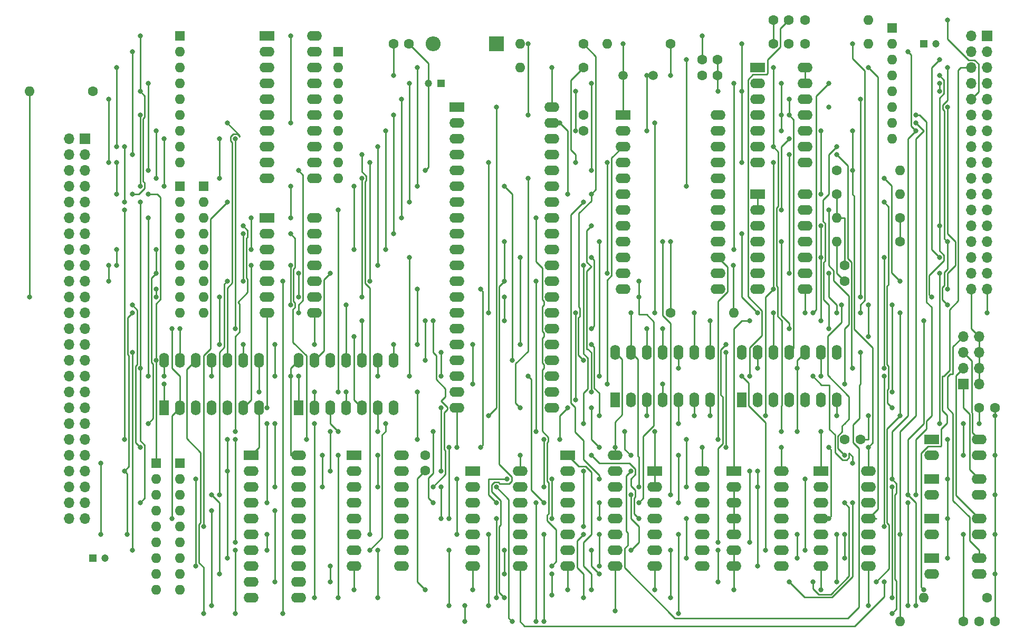
<source format=gbr>
%TF.GenerationSoftware,KiCad,Pcbnew,(5.1.10)-1*%
%TF.CreationDate,2022-02-01T13:34:57+01:00*%
%TF.ProjectId,TA8-FDC,5441382d-4644-4432-9e6b-696361645f70,rev?*%
%TF.SameCoordinates,Original*%
%TF.FileFunction,Copper,L1,Top*%
%TF.FilePolarity,Positive*%
%FSLAX46Y46*%
G04 Gerber Fmt 4.6, Leading zero omitted, Abs format (unit mm)*
G04 Created by KiCad (PCBNEW (5.1.10)-1) date 2022-02-01 13:34:57*
%MOMM*%
%LPD*%
G01*
G04 APERTURE LIST*
%TA.AperFunction,ComponentPad*%
%ADD10O,1.600000X1.600000*%
%TD*%
%TA.AperFunction,ComponentPad*%
%ADD11C,1.600000*%
%TD*%
%TA.AperFunction,ComponentPad*%
%ADD12O,2.400000X1.600000*%
%TD*%
%TA.AperFunction,ComponentPad*%
%ADD13R,2.400000X1.600000*%
%TD*%
%TA.AperFunction,ComponentPad*%
%ADD14O,1.700000X1.700000*%
%TD*%
%TA.AperFunction,ComponentPad*%
%ADD15R,1.700000X1.700000*%
%TD*%
%TA.AperFunction,ComponentPad*%
%ADD16R,1.600000X1.600000*%
%TD*%
%TA.AperFunction,ComponentPad*%
%ADD17O,2.400000X2.400000*%
%TD*%
%TA.AperFunction,ComponentPad*%
%ADD18R,2.400000X2.400000*%
%TD*%
%TA.AperFunction,ComponentPad*%
%ADD19C,1.500000*%
%TD*%
%TA.AperFunction,ComponentPad*%
%ADD20C,1.200000*%
%TD*%
%TA.AperFunction,ComponentPad*%
%ADD21R,1.200000X1.200000*%
%TD*%
%TA.AperFunction,ComponentPad*%
%ADD22O,1.600000X2.400000*%
%TD*%
%TA.AperFunction,ComponentPad*%
%ADD23R,1.600000X2.400000*%
%TD*%
%TA.AperFunction,ViaPad*%
%ADD24C,0.800000*%
%TD*%
%TA.AperFunction,Conductor*%
%ADD25C,0.250000*%
%TD*%
G04 APERTURE END LIST*
D10*
%TO.P,R4,2*%
%TO.N,/~DRIVE1*%
X250190000Y-137160000D03*
D11*
%TO.P,R4,1*%
%TO.N,Net-(C5-Pad2)*%
X260350000Y-137160000D03*
%TD*%
D10*
%TO.P,R3,2*%
%TO.N,/~DRIVE3*%
X254000000Y-133350000D03*
D11*
%TO.P,R3,1*%
%TO.N,Net-(C7-Pad2)*%
X264160000Y-133350000D03*
%TD*%
D10*
%TO.P,R2,2*%
%TO.N,/~DRIVE2*%
X245110000Y-44450000D03*
D11*
%TO.P,R2,1*%
%TO.N,Net-(C6-Pad2)*%
X234950000Y-44450000D03*
%TD*%
D10*
%TO.P,R1,2*%
%TO.N,/~DRIVE0*%
X245110000Y-40640000D03*
D11*
%TO.P,R1,1*%
%TO.N,Net-(C4-Pad2)*%
X234950000Y-40640000D03*
%TD*%
%TO.P,C7,2*%
%TO.N,Net-(C7-Pad2)*%
X262930000Y-137160000D03*
%TO.P,C7,1*%
%TO.N,GND*%
X265430000Y-137160000D03*
%TD*%
%TO.P,C6,2*%
%TO.N,Net-(C6-Pad2)*%
X232370000Y-44450000D03*
%TO.P,C6,1*%
%TO.N,GND*%
X229870000Y-44450000D03*
%TD*%
%TO.P,C5,2*%
%TO.N,Net-(C5-Pad2)*%
X262930000Y-102870000D03*
%TO.P,C5,1*%
%TO.N,GND*%
X265430000Y-102870000D03*
%TD*%
%TO.P,C4,2*%
%TO.N,Net-(C4-Pad2)*%
X232370000Y-40640000D03*
%TO.P,C4,1*%
%TO.N,GND*%
X229870000Y-40640000D03*
%TD*%
D12*
%TO.P,U4,4*%
%TO.N,Net-(J2-Pad7)*%
X262890000Y-127000000D03*
%TO.P,U4,2*%
%TO.N,Net-(C7-Pad2)*%
X255270000Y-129540000D03*
%TO.P,U4,3*%
%TO.N,GND*%
X262890000Y-129540000D03*
D13*
%TO.P,U4,1*%
%TO.N,+5V*%
X255270000Y-127000000D03*
%TD*%
D12*
%TO.P,U3,4*%
%TO.N,Net-(J2-Pad3)*%
X262890000Y-120650000D03*
%TO.P,U3,2*%
%TO.N,Net-(C5-Pad2)*%
X255270000Y-123190000D03*
%TO.P,U3,3*%
%TO.N,GND*%
X262890000Y-123190000D03*
D13*
%TO.P,U3,1*%
%TO.N,+5V*%
X255270000Y-120650000D03*
%TD*%
D12*
%TO.P,U2,4*%
%TO.N,Net-(J2-Pad1)*%
X262890000Y-114300000D03*
%TO.P,U2,2*%
%TO.N,Net-(C4-Pad2)*%
X255270000Y-116840000D03*
%TO.P,U2,3*%
%TO.N,GND*%
X262890000Y-116840000D03*
D13*
%TO.P,U2,1*%
%TO.N,+5V*%
X255270000Y-114300000D03*
%TD*%
D14*
%TO.P,J2,8*%
%TO.N,/~READY*%
X262890000Y-91440000D03*
%TO.P,J2,7*%
%TO.N,Net-(J2-Pad7)*%
X260350000Y-91440000D03*
%TO.P,J2,6*%
%TO.N,/~READY*%
X262890000Y-93980000D03*
%TO.P,J2,5*%
%TO.N,Net-(J2-Pad5)*%
X260350000Y-93980000D03*
%TO.P,J2,4*%
%TO.N,/~READY*%
X262890000Y-96520000D03*
%TO.P,J2,3*%
%TO.N,Net-(J2-Pad3)*%
X260350000Y-96520000D03*
%TO.P,J2,2*%
%TO.N,/~READY*%
X262890000Y-99060000D03*
D15*
%TO.P,J2,1*%
%TO.N,Net-(J2-Pad1)*%
X260350000Y-99060000D03*
%TD*%
D12*
%TO.P,U5,4*%
%TO.N,Net-(J2-Pad5)*%
X262890000Y-107950000D03*
%TO.P,U5,2*%
%TO.N,Net-(C6-Pad2)*%
X255270000Y-110490000D03*
%TO.P,U5,3*%
%TO.N,GND*%
X262890000Y-110490000D03*
D13*
%TO.P,U5,1*%
%TO.N,+5V*%
X255270000Y-107950000D03*
%TD*%
D12*
%TO.P,IC105,14*%
%TO.N,+5V*%
X218440000Y-113030000D03*
%TO.P,IC105,7*%
%TO.N,GND*%
X210820000Y-128270000D03*
%TO.P,IC105,13*%
%TO.N,Net-(IC105-Pad13)*%
X218440000Y-115570000D03*
%TO.P,IC105,6*%
%TO.N,Net-(IC105-Pad6)*%
X210820000Y-125730000D03*
%TO.P,IC105,12*%
%TO.N,Net-(IC105-Pad12)*%
X218440000Y-118110000D03*
%TO.P,IC105,5*%
%TO.N,Net-(IC105-Pad5)*%
X210820000Y-123190000D03*
%TO.P,IC105,11*%
%TO.N,Net-(IC105-Pad11)*%
X218440000Y-120650000D03*
%TO.P,IC105,4*%
%TO.N,Net-(IC105-Pad4)*%
X210820000Y-120650000D03*
%TO.P,IC105,10*%
%TO.N,Net-(IC105-Pad10)*%
X218440000Y-123190000D03*
%TO.P,IC105,3*%
%TO.N,Net-(IC105-Pad3)*%
X210820000Y-118110000D03*
%TO.P,IC105,9*%
%TO.N,Net-(IC105-Pad9)*%
X218440000Y-125730000D03*
%TO.P,IC105,2*%
%TO.N,Net-(IC102-Pad1)*%
X210820000Y-115570000D03*
%TO.P,IC105,8*%
%TO.N,Net-(IC105-Pad8)*%
X218440000Y-128270000D03*
D13*
%TO.P,IC105,1*%
%TO.N,Net-(IC102-Pad1)*%
X210820000Y-113030000D03*
%TD*%
D12*
%TO.P,IC10,24*%
%TO.N,+5V*%
X220980000Y-55880000D03*
%TO.P,IC10,12*%
%TO.N,GND*%
X205740000Y-83820000D03*
%TO.P,IC10,23*%
%TO.N,Net-(IC10-Pad23)*%
X220980000Y-58420000D03*
%TO.P,IC10,11*%
%TO.N,Net-(IC10-Pad11)*%
X205740000Y-81280000D03*
%TO.P,IC10,22*%
%TO.N,Net-(IC10-Pad22)*%
X220980000Y-60960000D03*
%TO.P,IC10,10*%
%TO.N,Net-(IC10-Pad10)*%
X205740000Y-78740000D03*
%TO.P,IC10,21*%
%TO.N,N/C*%
X220980000Y-63500000D03*
%TO.P,IC10,9*%
%TO.N,Net-(IC10-Pad9)*%
X205740000Y-76200000D03*
%TO.P,IC10,20*%
%TO.N,Net-(C101-Pad1)*%
X220980000Y-66040000D03*
%TO.P,IC10,8*%
%TO.N,Net-(IC10-Pad8)*%
X205740000Y-73660000D03*
%TO.P,IC10,19*%
%TO.N,Net-(IC10-Pad19)*%
X220980000Y-68580000D03*
%TO.P,IC10,7*%
%TO.N,Net-(IC10-Pad7)*%
X205740000Y-71120000D03*
%TO.P,IC10,18*%
%TO.N,N/C*%
X220980000Y-71120000D03*
%TO.P,IC10,6*%
%TO.N,Net-(IC10-Pad6)*%
X205740000Y-68580000D03*
%TO.P,IC10,17*%
%TO.N,Net-(IC10-Pad17)*%
X220980000Y-73660000D03*
%TO.P,IC10,5*%
%TO.N,Net-(IC10-Pad5)*%
X205740000Y-66040000D03*
%TO.P,IC10,16*%
%TO.N,Net-(IC10-Pad16)*%
X220980000Y-76200000D03*
%TO.P,IC10,4*%
%TO.N,Net-(IC10-Pad11)*%
X205740000Y-63500000D03*
%TO.P,IC10,15*%
%TO.N,Net-(C103-Pad1)*%
X220980000Y-78740000D03*
%TO.P,IC10,3*%
%TO.N,Net-(IC10-Pad3)*%
X205740000Y-60960000D03*
%TO.P,IC10,14*%
%TO.N,Net-(C105-Pad2)*%
X220980000Y-81280000D03*
%TO.P,IC10,2*%
%TO.N,Net-(C104-Pad1)*%
X205740000Y-58420000D03*
%TO.P,IC10,13*%
%TO.N,GND*%
X220980000Y-83820000D03*
D13*
%TO.P,IC10,1*%
%TO.N,Net-(C107-Pad1)*%
X205740000Y-55880000D03*
%TD*%
D14*
%TO.P,J1,34*%
%TO.N,/~READY*%
X261620000Y-83820000D03*
%TO.P,J1,33*%
%TO.N,GND*%
X264160000Y-83820000D03*
%TO.P,J1,32*%
%TO.N,/~SIDE*%
X261620000Y-81280000D03*
%TO.P,J1,31*%
%TO.N,GND*%
X264160000Y-81280000D03*
%TO.P,J1,30*%
%TO.N,/~READ_DATA*%
X261620000Y-78740000D03*
%TO.P,J1,29*%
%TO.N,GND*%
X264160000Y-78740000D03*
%TO.P,J1,28*%
%TO.N,/~PROTECT*%
X261620000Y-76200000D03*
%TO.P,J1,27*%
%TO.N,GND*%
X264160000Y-76200000D03*
%TO.P,J1,26*%
%TO.N,/~TRACK_0*%
X261620000Y-73660000D03*
%TO.P,J1,25*%
%TO.N,GND*%
X264160000Y-73660000D03*
%TO.P,J1,24*%
%TO.N,/~WRITE_GATE*%
X261620000Y-71120000D03*
%TO.P,J1,23*%
%TO.N,GND*%
X264160000Y-71120000D03*
%TO.P,J1,22*%
%TO.N,/~WRITE_DATA*%
X261620000Y-68580000D03*
%TO.P,J1,21*%
%TO.N,GND*%
X264160000Y-68580000D03*
%TO.P,J1,20*%
%TO.N,/~STEP*%
X261620000Y-66040000D03*
%TO.P,J1,19*%
%TO.N,GND*%
X264160000Y-66040000D03*
%TO.P,J1,18*%
%TO.N,/~DIRECTION*%
X261620000Y-63500000D03*
%TO.P,J1,17*%
%TO.N,GND*%
X264160000Y-63500000D03*
%TO.P,J1,16*%
%TO.N,/~MOTOR_ON*%
X261620000Y-60960000D03*
%TO.P,J1,15*%
%TO.N,GND*%
X264160000Y-60960000D03*
%TO.P,J1,14*%
%TO.N,/~DRIVE2*%
X261620000Y-58420000D03*
%TO.P,J1,13*%
%TO.N,GND*%
X264160000Y-58420000D03*
%TO.P,J1,12*%
%TO.N,/~DRIVE1*%
X261620000Y-55880000D03*
%TO.P,J1,11*%
%TO.N,GND*%
X264160000Y-55880000D03*
%TO.P,J1,10*%
%TO.N,/~DRIVE0*%
X261620000Y-53340000D03*
%TO.P,J1,9*%
%TO.N,GND*%
X264160000Y-53340000D03*
%TO.P,J1,8*%
%TO.N,/~INDEX*%
X261620000Y-50800000D03*
%TO.P,J1,7*%
%TO.N,GND*%
X264160000Y-50800000D03*
%TO.P,J1,6*%
%TO.N,/~DRIVE3*%
X261620000Y-48260000D03*
%TO.P,J1,5*%
%TO.N,GND*%
X264160000Y-48260000D03*
%TO.P,J1,4*%
%TO.N,N/C*%
X261620000Y-45720000D03*
%TO.P,J1,3*%
%TO.N,GND*%
X264160000Y-45720000D03*
%TO.P,J1,2*%
%TO.N,N/C*%
X261620000Y-43180000D03*
D15*
%TO.P,J1,1*%
%TO.N,GND*%
X264160000Y-43180000D03*
%TD*%
D12*
%TO.P,IC109,14*%
%TO.N,+5V*%
X234950000Y-68580000D03*
%TO.P,IC109,7*%
%TO.N,GND*%
X227330000Y-83820000D03*
%TO.P,IC109,13*%
%TO.N,Net-(IC109-Pad13)*%
X234950000Y-71120000D03*
%TO.P,IC109,6*%
%TO.N,N/C*%
X227330000Y-81280000D03*
%TO.P,IC109,12*%
%TO.N,Net-(IC108-Pad6)*%
X234950000Y-73660000D03*
%TO.P,IC109,5*%
%TO.N,N/C*%
X227330000Y-78740000D03*
%TO.P,IC109,11*%
%TO.N,Net-(IC109-Pad11)*%
X234950000Y-76200000D03*
%TO.P,IC109,4*%
%TO.N,N/C*%
X227330000Y-76200000D03*
%TO.P,IC109,10*%
%TO.N,Net-(IC108-Pad6)*%
X234950000Y-78740000D03*
%TO.P,IC109,3*%
X227330000Y-73660000D03*
%TO.P,IC109,9*%
%TO.N,Net-(IC109-Pad9)*%
X234950000Y-81280000D03*
%TO.P,IC109,2*%
%TO.N,Net-(IC109-Pad1)*%
X227330000Y-71120000D03*
%TO.P,IC109,8*%
%TO.N,Net-(IC109-Pad8)*%
X234950000Y-83820000D03*
D13*
%TO.P,IC109,1*%
%TO.N,Net-(IC109-Pad1)*%
X227330000Y-68580000D03*
%TD*%
D12*
%TO.P,IC102,14*%
%TO.N,+5V*%
X234950000Y-48260000D03*
%TO.P,IC102,7*%
%TO.N,GND*%
X227330000Y-63500000D03*
%TO.P,IC102,13*%
%TO.N,+5V*%
X234950000Y-50800000D03*
%TO.P,IC102,6*%
%TO.N,Net-(IC10-Pad22)*%
X227330000Y-60960000D03*
%TO.P,IC102,12*%
%TO.N,Net-(IC102-Pad12)*%
X234950000Y-53340000D03*
%TO.P,IC102,5*%
%TO.N,N/C*%
X227330000Y-58420000D03*
%TO.P,IC102,11*%
%TO.N,Net-(IC102-Pad11)*%
X234950000Y-55880000D03*
%TO.P,IC102,4*%
%TO.N,+5V*%
X227330000Y-55880000D03*
%TO.P,IC102,10*%
X234950000Y-58420000D03*
%TO.P,IC102,3*%
%TO.N,Net-(IC102-Pad11)*%
X227330000Y-53340000D03*
%TO.P,IC102,9*%
%TO.N,Net-(IC102-Pad1)*%
X234950000Y-60960000D03*
%TO.P,IC102,2*%
%TO.N,Net-(IC102-Pad2)*%
X227330000Y-50800000D03*
%TO.P,IC102,8*%
%TO.N,N/C*%
X234950000Y-63500000D03*
D13*
%TO.P,IC102,1*%
%TO.N,Net-(IC102-Pad1)*%
X227330000Y-48260000D03*
%TD*%
D12*
%TO.P,IC108,16*%
%TO.N,+5V*%
X204470000Y-110490000D03*
%TO.P,IC108,8*%
%TO.N,GND*%
X196850000Y-128270000D03*
%TO.P,IC108,15*%
%TO.N,Net-(IC103-Pad8)*%
X204470000Y-113030000D03*
%TO.P,IC108,7*%
%TO.N,Net-(IC108-Pad7)*%
X196850000Y-125730000D03*
%TO.P,IC108,14*%
%TO.N,Net-(IC10-Pad23)*%
X204470000Y-115570000D03*
%TO.P,IC108,6*%
%TO.N,Net-(IC108-Pad6)*%
X196850000Y-123190000D03*
%TO.P,IC108,13*%
%TO.N,Net-(IC102-Pad12)*%
X204470000Y-118110000D03*
%TO.P,IC108,5*%
%TO.N,Net-(IC108-Pad5)*%
X196850000Y-120650000D03*
%TO.P,IC108,12*%
%TO.N,Net-(IC108-Pad12)*%
X204470000Y-120650000D03*
%TO.P,IC108,4*%
X196850000Y-118110000D03*
%TO.P,IC108,11*%
%TO.N,Net-(IC102-Pad2)*%
X204470000Y-123190000D03*
%TO.P,IC108,3*%
%TO.N,Net-(IC108-Pad3)*%
X196850000Y-115570000D03*
%TO.P,IC108,10*%
%TO.N,Net-(IC103-Pad12)*%
X204470000Y-125730000D03*
%TO.P,IC108,2*%
%TO.N,Net-(IC103-Pad9)*%
X196850000Y-113030000D03*
%TO.P,IC108,9*%
%TO.N,Net-(IC108-Pad9)*%
X204470000Y-128270000D03*
D13*
%TO.P,IC108,1*%
%TO.N,GND*%
X196850000Y-110490000D03*
%TD*%
D12*
%TO.P,U16,20*%
%TO.N,+5V*%
X153670000Y-110490000D03*
%TO.P,U16,10*%
%TO.N,GND*%
X146050000Y-133350000D03*
%TO.P,U16,19*%
X153670000Y-113030000D03*
%TO.P,U16,9*%
%TO.N,Net-(IC105-Pad3)*%
X146050000Y-130810000D03*
%TO.P,U16,18*%
%TO.N,Net-(IC105-Pad13)*%
X153670000Y-115570000D03*
%TO.P,U16,8*%
%TO.N,/A5*%
X146050000Y-128270000D03*
%TO.P,U16,17*%
%TO.N,/~WR*%
X153670000Y-118110000D03*
%TO.P,U16,7*%
%TO.N,Net-(IC105-Pad10)*%
X146050000Y-125730000D03*
%TO.P,U16,16*%
%TO.N,Net-(IC103-Pad9)*%
X153670000Y-120650000D03*
%TO.P,U16,6*%
%TO.N,/A7*%
X146050000Y-123190000D03*
%TO.P,U16,15*%
%TO.N,/~DACK2*%
X153670000Y-123190000D03*
%TO.P,U16,5*%
%TO.N,Net-(IC110-Pad2)*%
X146050000Y-120650000D03*
%TO.P,U16,14*%
%TO.N,Net-(IC105-Pad11)*%
X153670000Y-125730000D03*
%TO.P,U16,4*%
%TO.N,/~RD*%
X146050000Y-118110000D03*
%TO.P,U16,13*%
%TO.N,/A6*%
X153670000Y-128270000D03*
%TO.P,U16,3*%
%TO.N,Net-(IC103-Pad12)*%
X146050000Y-115570000D03*
%TO.P,U16,12*%
%TO.N,Net-(IC105-Pad9)*%
X153670000Y-130810000D03*
%TO.P,U16,2*%
%TO.N,/~RESET*%
X146050000Y-113030000D03*
%TO.P,U16,11*%
%TO.N,/A4*%
X153670000Y-133350000D03*
D13*
%TO.P,U16,1*%
%TO.N,GND*%
X146050000Y-110490000D03*
%TD*%
D12*
%TO.P,U1,14*%
%TO.N,+5V*%
X231140000Y-113030000D03*
%TO.P,U1,7*%
%TO.N,GND*%
X223520000Y-128270000D03*
%TO.P,U1,13*%
%TO.N,N/C*%
X231140000Y-115570000D03*
%TO.P,U1,6*%
%TO.N,GND*%
X223520000Y-125730000D03*
%TO.P,U1,12*%
%TO.N,N/C*%
X231140000Y-118110000D03*
%TO.P,U1,5*%
%TO.N,+5V*%
X223520000Y-123190000D03*
%TO.P,U1,11*%
%TO.N,N/C*%
X231140000Y-120650000D03*
%TO.P,U1,4*%
%TO.N,+5V*%
X223520000Y-120650000D03*
%TO.P,U1,10*%
%TO.N,Net-(IC112-Pad10)*%
X231140000Y-123190000D03*
%TO.P,U1,3*%
%TO.N,+5V*%
X223520000Y-118110000D03*
%TO.P,U1,9*%
%TO.N,Net-(IC10-Pad3)*%
X231140000Y-125730000D03*
%TO.P,U1,2*%
%TO.N,+5V*%
X223520000Y-115570000D03*
%TO.P,U1,8*%
X231140000Y-128270000D03*
D13*
%TO.P,U1,1*%
%TO.N,Net-(IC10-Pad5)*%
X223520000Y-113030000D03*
%TD*%
D12*
%TO.P,IC116,14*%
%TO.N,+5V*%
X156210000Y-72390000D03*
%TO.P,IC116,7*%
%TO.N,GND*%
X148590000Y-87630000D03*
%TO.P,IC116,13*%
%TO.N,/A0*%
X156210000Y-74930000D03*
%TO.P,IC116,6*%
%TO.N,Net-(IC110-Pad9)*%
X148590000Y-85090000D03*
%TO.P,IC116,12*%
%TO.N,Net-(IC116-Pad12)*%
X156210000Y-77470000D03*
%TO.P,IC116,5*%
%TO.N,/~SIOR*%
X148590000Y-82550000D03*
%TO.P,IC116,11*%
%TO.N,/~IORQ*%
X156210000Y-80010000D03*
%TO.P,IC116,4*%
%TO.N,Net-(IC110-Pad5)*%
X148590000Y-80010000D03*
%TO.P,IC116,10*%
%TO.N,Net-(IC105-Pad5)*%
X156210000Y-82550000D03*
%TO.P,IC116,3*%
%TO.N,/~TC*%
X148590000Y-77470000D03*
%TO.P,IC116,9*%
%TO.N,/~SIOW*%
X156210000Y-85090000D03*
%TO.P,IC116,2*%
%TO.N,Net-(IC106-Pad2)*%
X148590000Y-74930000D03*
%TO.P,IC116,8*%
%TO.N,Net-(IC110-Pad11)*%
X156210000Y-87630000D03*
D13*
%TO.P,IC116,1*%
%TO.N,/A3*%
X148590000Y-72390000D03*
%TD*%
D10*
%TO.P,RN1,8*%
%TO.N,N/C*%
X248920000Y-59690000D03*
%TO.P,RN1,7*%
X248920000Y-57150000D03*
%TO.P,RN1,6*%
%TO.N,/~READY*%
X248920000Y-54610000D03*
%TO.P,RN1,5*%
%TO.N,/~INDEX*%
X248920000Y-52070000D03*
%TO.P,RN1,4*%
%TO.N,/~TRACK_0*%
X248920000Y-49530000D03*
%TO.P,RN1,3*%
%TO.N,/~PROTECT*%
X248920000Y-46990000D03*
%TO.P,RN1,2*%
%TO.N,/~READ_DATA*%
X248920000Y-44450000D03*
D16*
%TO.P,RN1,1*%
%TO.N,+5V*%
X248920000Y-41910000D03*
%TD*%
D10*
%TO.P,R107,2*%
%TO.N,Net-(C105-Pad2)*%
X223520000Y-87630000D03*
D11*
%TO.P,R107,1*%
%TO.N,Net-(IC10-Pad16)*%
X213360000Y-87630000D03*
%TD*%
D10*
%TO.P,R142,2*%
%TO.N,/OUTDV2*%
X110490000Y-52070000D03*
D11*
%TO.P,R142,1*%
%TO.N,+5V*%
X120650000Y-52070000D03*
%TD*%
D10*
%TO.P,R108,2*%
%TO.N,Net-(C107-Pad1)*%
X203200000Y-44450000D03*
D11*
%TO.P,R108,1*%
%TO.N,Net-(C104-Pad1)*%
X213360000Y-44450000D03*
%TD*%
D10*
%TO.P,R106,2*%
%TO.N,Net-(D101-Pad2)*%
X250190000Y-68580000D03*
D11*
%TO.P,R106,1*%
%TO.N,Net-(C105-Pad2)*%
X240030000Y-68580000D03*
%TD*%
D10*
%TO.P,R105,2*%
%TO.N,Net-(C105-Pad2)*%
X240030000Y-72390000D03*
D11*
%TO.P,R105,1*%
%TO.N,Net-(IC10-Pad17)*%
X250190000Y-72390000D03*
%TD*%
D10*
%TO.P,R104,2*%
%TO.N,Net-(C105-Pad1)*%
X240030000Y-76200000D03*
D11*
%TO.P,R104,1*%
%TO.N,Net-(IC10-Pad17)*%
X250190000Y-76200000D03*
%TD*%
D10*
%TO.P,R103,2*%
%TO.N,+5V*%
X250190000Y-64770000D03*
D11*
%TO.P,R103,1*%
%TO.N,Net-(C101-Pad1)*%
X240030000Y-64770000D03*
%TD*%
D10*
%TO.P,R102,2*%
%TO.N,Net-(C102-Pad2)*%
X189230000Y-44450000D03*
D11*
%TO.P,R102,1*%
%TO.N,Net-(IC10-Pad6)*%
X199390000Y-44450000D03*
%TD*%
D10*
%TO.P,R101,2*%
%TO.N,+5V*%
X189230000Y-48260000D03*
D11*
%TO.P,R101,1*%
%TO.N,Net-(IC10-Pad11)*%
X199390000Y-48260000D03*
%TD*%
D17*
%TO.P,D101,2*%
%TO.N,Net-(D101-Pad2)*%
X175260000Y-44450000D03*
D18*
%TO.P,D101,1*%
%TO.N,Net-(C102-Pad2)*%
X185420000Y-44450000D03*
%TD*%
D19*
%TO.P,CY101,2*%
%TO.N,Net-(C104-Pad1)*%
X210620000Y-49530000D03*
%TO.P,CY101,1*%
%TO.N,Net-(C107-Pad1)*%
X205740000Y-49530000D03*
%TD*%
D11*
%TO.P,C107,2*%
%TO.N,GND*%
X220940000Y-46990000D03*
%TO.P,C107,1*%
%TO.N,Net-(C107-Pad1)*%
X218440000Y-46990000D03*
%TD*%
%TO.P,C106,2*%
%TO.N,GND*%
X173990000Y-112990000D03*
%TO.P,C106,1*%
%TO.N,+5V*%
X173990000Y-110490000D03*
%TD*%
%TO.P,C105,2*%
%TO.N,Net-(C105-Pad2)*%
X241300000Y-80050000D03*
%TO.P,C105,1*%
%TO.N,Net-(C105-Pad1)*%
X241300000Y-82550000D03*
%TD*%
%TO.P,C104,2*%
%TO.N,GND*%
X220940000Y-49530000D03*
%TO.P,C104,1*%
%TO.N,Net-(C104-Pad1)*%
X218440000Y-49530000D03*
%TD*%
%TO.P,C103,2*%
%TO.N,GND*%
X243840000Y-107950000D03*
%TO.P,C103,1*%
%TO.N,Net-(C103-Pad1)*%
X241340000Y-107950000D03*
%TD*%
%TO.P,C102,2*%
%TO.N,Net-(C102-Pad2)*%
X199390000Y-55920000D03*
%TO.P,C102,1*%
%TO.N,GND*%
X199390000Y-58420000D03*
%TD*%
D20*
%TO.P,C101,2*%
%TO.N,GND*%
X174530000Y-50800000D03*
D21*
%TO.P,C101,1*%
%TO.N,Net-(C101-Pad1)*%
X176530000Y-50800000D03*
%TD*%
D20*
%TO.P,C3,2*%
%TO.N,GND*%
X256000000Y-44450000D03*
D21*
%TO.P,C3,1*%
%TO.N,+5V*%
X254000000Y-44450000D03*
%TD*%
D11*
%TO.P,C2,2*%
%TO.N,GND*%
X171410000Y-44450000D03*
%TO.P,C2,1*%
%TO.N,+5V*%
X168910000Y-44450000D03*
%TD*%
D20*
%TO.P,C1,2*%
%TO.N,/~RESET*%
X122650000Y-127000000D03*
D21*
%TO.P,C1,1*%
%TO.N,+5V*%
X120650000Y-127000000D03*
%TD*%
D10*
%TO.P,RA106,9*%
%TO.N,/A7*%
X134620000Y-87630000D03*
%TO.P,RA106,8*%
%TO.N,/~IORQ*%
X134620000Y-85090000D03*
%TO.P,RA106,7*%
%TO.N,/~WR*%
X134620000Y-82550000D03*
%TO.P,RA106,6*%
%TO.N,/~SIOW*%
X134620000Y-80010000D03*
%TO.P,RA106,5*%
%TO.N,/~RD*%
X134620000Y-77470000D03*
%TO.P,RA106,4*%
%TO.N,/~SIOR*%
X134620000Y-74930000D03*
%TO.P,RA106,3*%
%TO.N,/~TC*%
X134620000Y-72390000D03*
%TO.P,RA106,2*%
%TO.N,/~DACK2*%
X134620000Y-69850000D03*
D16*
%TO.P,RA106,1*%
%TO.N,GND*%
X134620000Y-67310000D03*
%TD*%
D10*
%TO.P,RA102,9*%
%TO.N,/D7*%
X134620000Y-63500000D03*
%TO.P,RA102,8*%
%TO.N,/D6*%
X134620000Y-60960000D03*
%TO.P,RA102,7*%
%TO.N,/D5*%
X134620000Y-58420000D03*
%TO.P,RA102,6*%
%TO.N,/D4*%
X134620000Y-55880000D03*
%TO.P,RA102,5*%
%TO.N,/D3*%
X134620000Y-53340000D03*
%TO.P,RA102,4*%
%TO.N,/D2*%
X134620000Y-50800000D03*
%TO.P,RA102,3*%
%TO.N,/D1*%
X134620000Y-48260000D03*
%TO.P,RA102,2*%
%TO.N,/D0*%
X134620000Y-45720000D03*
D16*
%TO.P,RA102,1*%
%TO.N,+5V*%
X134620000Y-43180000D03*
%TD*%
D10*
%TO.P,RA101,9*%
%TO.N,Net-(IC102-Pad12)*%
X160020000Y-66040000D03*
%TO.P,RA101,8*%
%TO.N,Net-(IC102-Pad2)*%
X160020000Y-63500000D03*
%TO.P,RA101,7*%
%TO.N,Net-(IC107-Pad13)*%
X160020000Y-60960000D03*
%TO.P,RA101,6*%
%TO.N,Net-(IC107-Pad14)*%
X160020000Y-58420000D03*
%TO.P,RA101,5*%
%TO.N,Net-(IC107-Pad15)*%
X160020000Y-55880000D03*
%TO.P,RA101,4*%
%TO.N,Net-(IC107-Pad16)*%
X160020000Y-53340000D03*
%TO.P,RA101,3*%
%TO.N,Net-(IC107-Pad17)*%
X160020000Y-50800000D03*
%TO.P,RA101,2*%
%TO.N,Net-(IC107-Pad18)*%
X160020000Y-48260000D03*
D16*
%TO.P,RA101,1*%
%TO.N,+5V*%
X160020000Y-45720000D03*
%TD*%
D10*
%TO.P,RA3,9*%
%TO.N,/A7*%
X138430000Y-87630000D03*
%TO.P,RA3,8*%
%TO.N,/~IORQ*%
X138430000Y-85090000D03*
%TO.P,RA3,7*%
%TO.N,/~WR*%
X138430000Y-82550000D03*
%TO.P,RA3,6*%
%TO.N,/~SIOW*%
X138430000Y-80010000D03*
%TO.P,RA3,5*%
%TO.N,/~RD*%
X138430000Y-77470000D03*
%TO.P,RA3,4*%
%TO.N,/~SIOR*%
X138430000Y-74930000D03*
%TO.P,RA3,3*%
%TO.N,/~TC*%
X138430000Y-72390000D03*
%TO.P,RA3,2*%
%TO.N,/~DACK2*%
X138430000Y-69850000D03*
D16*
%TO.P,RA3,1*%
%TO.N,+5V*%
X138430000Y-67310000D03*
%TD*%
D10*
%TO.P,RA2,9*%
%TO.N,N/C*%
X130810000Y-132080000D03*
%TO.P,RA2,8*%
X130810000Y-129540000D03*
%TO.P,RA2,7*%
%TO.N,/~RESET*%
X130810000Y-127000000D03*
%TO.P,RA2,6*%
%TO.N,/A0*%
X130810000Y-124460000D03*
%TO.P,RA2,5*%
%TO.N,/A3*%
X130810000Y-121920000D03*
%TO.P,RA2,4*%
%TO.N,/A4*%
X130810000Y-119380000D03*
%TO.P,RA2,3*%
%TO.N,/A5*%
X130810000Y-116840000D03*
%TO.P,RA2,2*%
%TO.N,/A6*%
X130810000Y-114300000D03*
D16*
%TO.P,RA2,1*%
%TO.N,+5V*%
X130810000Y-111760000D03*
%TD*%
D10*
%TO.P,RA1,9*%
%TO.N,N/C*%
X134620000Y-132080000D03*
%TO.P,RA1,8*%
X134620000Y-129540000D03*
%TO.P,RA1,7*%
%TO.N,/~RESET*%
X134620000Y-127000000D03*
%TO.P,RA1,6*%
%TO.N,/A0*%
X134620000Y-124460000D03*
%TO.P,RA1,5*%
%TO.N,/A3*%
X134620000Y-121920000D03*
%TO.P,RA1,4*%
%TO.N,/A4*%
X134620000Y-119380000D03*
%TO.P,RA1,3*%
%TO.N,/A5*%
X134620000Y-116840000D03*
%TO.P,RA1,2*%
%TO.N,/A6*%
X134620000Y-114300000D03*
D16*
%TO.P,RA1,1*%
%TO.N,GND*%
X134620000Y-111760000D03*
%TD*%
D12*
%TO.P,LSI101,40*%
%TO.N,+5V*%
X194310000Y-54610000D03*
%TO.P,LSI101,20*%
%TO.N,GND*%
X179070000Y-102870000D03*
%TO.P,LSI101,39*%
%TO.N,Net-(IC109-Pad1)*%
X194310000Y-57150000D03*
%TO.P,LSI101,19*%
%TO.N,Net-(IC10-Pad3)*%
X179070000Y-100330000D03*
%TO.P,LSI101,38*%
%TO.N,Net-(IC109-Pad13)*%
X194310000Y-59690000D03*
%TO.P,LSI101,18*%
%TO.N,Net-(IC108-Pad12)*%
X179070000Y-97790000D03*
%TO.P,LSI101,37*%
%TO.N,Net-(IC109-Pad9)*%
X194310000Y-62230000D03*
%TO.P,LSI101,17*%
%TO.N,Net-(IC113-Pad10)*%
X179070000Y-95250000D03*
%TO.P,LSI101,36*%
%TO.N,N/C*%
X194310000Y-64770000D03*
%TO.P,LSI101,16*%
%TO.N,Net-(IC110-Pad1)*%
X179070000Y-92710000D03*
%TO.P,LSI101,35*%
%TO.N,Net-(IC113-Pad12)*%
X194310000Y-67310000D03*
%TO.P,LSI101,15*%
%TO.N,Net-(IC110-Pad2)*%
X179070000Y-90170000D03*
%TO.P,LSI101,34*%
%TO.N,Net-(IC112-Pad6)*%
X194310000Y-69850000D03*
%TO.P,LSI101,14*%
%TO.N,Net-(IC10-Pad5)*%
X179070000Y-87630000D03*
%TO.P,LSI101,33*%
%TO.N,Net-(IC112-Pad3)*%
X194310000Y-72390000D03*
%TO.P,LSI101,13*%
%TO.N,Net-(IC102-Pad12)*%
X179070000Y-85090000D03*
%TO.P,LSI101,32*%
%TO.N,N/C*%
X194310000Y-74930000D03*
%TO.P,LSI101,12*%
%TO.N,Net-(IC102-Pad2)*%
X179070000Y-82550000D03*
%TO.P,LSI101,31*%
%TO.N,N/C*%
X194310000Y-77470000D03*
%TO.P,LSI101,11*%
%TO.N,Net-(IC107-Pad13)*%
X179070000Y-80010000D03*
%TO.P,LSI101,30*%
%TO.N,Net-(IC117-Pad5)*%
X194310000Y-80010000D03*
%TO.P,LSI101,10*%
%TO.N,Net-(IC107-Pad14)*%
X179070000Y-77470000D03*
%TO.P,LSI101,29*%
%TO.N,Net-(IC106-Pad13)*%
X194310000Y-82550000D03*
%TO.P,LSI101,9*%
%TO.N,Net-(IC107-Pad15)*%
X179070000Y-74930000D03*
%TO.P,LSI101,28*%
%TO.N,Net-(IC106-Pad14)*%
X194310000Y-85090000D03*
%TO.P,LSI101,8*%
%TO.N,Net-(IC107-Pad16)*%
X179070000Y-72390000D03*
%TO.P,LSI101,27*%
%TO.N,Net-(IC117-Pad1)*%
X194310000Y-87630000D03*
%TO.P,LSI101,7*%
%TO.N,Net-(IC107-Pad17)*%
X179070000Y-69850000D03*
%TO.P,LSI101,26*%
%TO.N,Net-(IC10-Pad10)*%
X194310000Y-90170000D03*
%TO.P,LSI101,6*%
%TO.N,Net-(IC107-Pad18)*%
X179070000Y-67310000D03*
%TO.P,LSI101,25*%
%TO.N,Net-(IC117-Pad3)*%
X194310000Y-92710000D03*
%TO.P,LSI101,5*%
%TO.N,Net-(IC116-Pad12)*%
X179070000Y-64770000D03*
%TO.P,LSI101,24*%
%TO.N,Net-(IC10-Pad6)*%
X194310000Y-95250000D03*
%TO.P,LSI101,4*%
%TO.N,Net-(IC106-Pad6)*%
X179070000Y-62230000D03*
%TO.P,LSI101,23*%
%TO.N,Net-(IC10-Pad9)*%
X194310000Y-97790000D03*
%TO.P,LSI101,3*%
%TO.N,Net-(IC110-Pad13)*%
X179070000Y-59690000D03*
%TO.P,LSI101,22*%
%TO.N,Net-(IC10-Pad8)*%
X194310000Y-100330000D03*
%TO.P,LSI101,2*%
%TO.N,Net-(IC107-Pad1)*%
X179070000Y-57150000D03*
%TO.P,LSI101,21*%
%TO.N,Net-(IC10-Pad19)*%
X194310000Y-102870000D03*
D13*
%TO.P,LSI101,1*%
%TO.N,Net-(IC105-Pad12)*%
X179070000Y-54610000D03*
%TD*%
D14*
%TO.P,JCNB103,50*%
%TO.N,/A0*%
X116840000Y-120650000D03*
%TO.P,JCNB103,49*%
%TO.N,N/C*%
X119380000Y-120650000D03*
%TO.P,JCNB103,48*%
X116840000Y-118110000D03*
%TO.P,JCNB103,47*%
%TO.N,/A3*%
X119380000Y-118110000D03*
%TO.P,JCNB103,46*%
%TO.N,/A4*%
X116840000Y-115570000D03*
%TO.P,JCNB103,45*%
%TO.N,/A5*%
X119380000Y-115570000D03*
%TO.P,JCNB103,44*%
%TO.N,/A6*%
X116840000Y-113030000D03*
%TO.P,JCNB103,43*%
%TO.N,/A7*%
X119380000Y-113030000D03*
%TO.P,JCNB103,42*%
%TO.N,N/C*%
X116840000Y-110490000D03*
%TO.P,JCNB103,41*%
X119380000Y-110490000D03*
%TO.P,JCNB103,40*%
X116840000Y-107950000D03*
%TO.P,JCNB103,39*%
X119380000Y-107950000D03*
%TO.P,JCNB103,38*%
X116840000Y-105410000D03*
%TO.P,JCNB103,37*%
X119380000Y-105410000D03*
%TO.P,JCNB103,36*%
X116840000Y-102870000D03*
%TO.P,JCNB103,35*%
X119380000Y-102870000D03*
%TO.P,JCNB103,34*%
X116840000Y-100330000D03*
%TO.P,JCNB103,33*%
X119380000Y-100330000D03*
%TO.P,JCNB103,32*%
%TO.N,/~DACK2*%
X116840000Y-97790000D03*
%TO.P,JCNB103,31*%
%TO.N,/~TC*%
X119380000Y-97790000D03*
%TO.P,JCNB103,30*%
%TO.N,/DRQ2*%
X116840000Y-95250000D03*
%TO.P,JCNB103,29*%
%TO.N,N/C*%
X119380000Y-95250000D03*
%TO.P,JCNB103,28*%
X116840000Y-92710000D03*
%TO.P,JCNB103,27*%
X119380000Y-92710000D03*
%TO.P,JCNB103,26*%
X116840000Y-90170000D03*
%TO.P,JCNB103,25*%
X119380000Y-90170000D03*
%TO.P,JCNB103,24*%
%TO.N,/~EXTINT1*%
X116840000Y-87630000D03*
%TO.P,JCNB103,23*%
%TO.N,N/C*%
X119380000Y-87630000D03*
%TO.P,JCNB103,22*%
%TO.N,/OUTDV2*%
X116840000Y-85090000D03*
%TO.P,JCNB103,21*%
%TO.N,N/C*%
X119380000Y-85090000D03*
%TO.P,JCNB103,20*%
%TO.N,/~RD*%
X116840000Y-82550000D03*
%TO.P,JCNB103,19*%
%TO.N,/~IORQ*%
X119380000Y-82550000D03*
%TO.P,JCNB103,18*%
%TO.N,N/C*%
X116840000Y-80010000D03*
%TO.P,JCNB103,17*%
%TO.N,/~WR*%
X119380000Y-80010000D03*
%TO.P,JCNB103,16*%
%TO.N,/~SIOR*%
X116840000Y-77470000D03*
%TO.P,JCNB103,15*%
%TO.N,/~SIOW*%
X119380000Y-77470000D03*
%TO.P,JCNB103,14*%
%TO.N,N/C*%
X116840000Y-74930000D03*
%TO.P,JCNB103,13*%
X119380000Y-74930000D03*
%TO.P,JCNB103,12*%
%TO.N,/~RESET*%
X116840000Y-72390000D03*
%TO.P,JCNB103,11*%
%TO.N,N/C*%
X119380000Y-72390000D03*
%TO.P,JCNB103,10*%
%TO.N,/D7*%
X116840000Y-69850000D03*
%TO.P,JCNB103,9*%
%TO.N,/D6*%
X119380000Y-69850000D03*
%TO.P,JCNB103,8*%
%TO.N,/D5*%
X116840000Y-67310000D03*
%TO.P,JCNB103,7*%
%TO.N,/D4*%
X119380000Y-67310000D03*
%TO.P,JCNB103,6*%
%TO.N,/D3*%
X116840000Y-64770000D03*
%TO.P,JCNB103,5*%
%TO.N,/D2*%
X119380000Y-64770000D03*
%TO.P,JCNB103,4*%
%TO.N,/D1*%
X116840000Y-62230000D03*
%TO.P,JCNB103,3*%
%TO.N,/D0*%
X119380000Y-62230000D03*
%TO.P,JCNB103,2*%
%TO.N,GND*%
X116840000Y-59690000D03*
D15*
%TO.P,JCNB103,1*%
X119380000Y-59690000D03*
%TD*%
D12*
%TO.P,IC119,14*%
%TO.N,+5V*%
X189230000Y-113030000D03*
%TO.P,IC119,7*%
%TO.N,GND*%
X181610000Y-128270000D03*
%TO.P,IC119,13*%
%TO.N,Net-(IC106-Pad11)*%
X189230000Y-115570000D03*
%TO.P,IC119,6*%
%TO.N,/DRQ2*%
X181610000Y-125730000D03*
%TO.P,IC119,12*%
%TO.N,/~DRIVE1*%
X189230000Y-118110000D03*
%TO.P,IC119,5*%
%TO.N,Net-(IC112-Pad8)*%
X181610000Y-123190000D03*
%TO.P,IC119,11*%
%TO.N,Net-(IC106-Pad10)*%
X189230000Y-120650000D03*
%TO.P,IC119,4*%
%TO.N,/~EXTINT1*%
X181610000Y-120650000D03*
%TO.P,IC119,10*%
%TO.N,/~DRIVE2*%
X189230000Y-123190000D03*
%TO.P,IC119,3*%
%TO.N,Net-(IC108-Pad5)*%
X181610000Y-118110000D03*
%TO.P,IC119,9*%
%TO.N,Net-(IC106-Pad9)*%
X189230000Y-125730000D03*
%TO.P,IC119,2*%
%TO.N,/~DRIVE0*%
X181610000Y-115570000D03*
%TO.P,IC119,8*%
%TO.N,/~DRIVE3*%
X189230000Y-128270000D03*
D13*
%TO.P,IC119,1*%
%TO.N,Net-(IC106-Pad12)*%
X181610000Y-113030000D03*
%TD*%
D22*
%TO.P,IC117,14*%
%TO.N,+5V*%
X204470000Y-93980000D03*
%TO.P,IC117,7*%
%TO.N,GND*%
X219710000Y-101600000D03*
%TO.P,IC117,13*%
%TO.N,Net-(IC10-Pad23)*%
X207010000Y-93980000D03*
%TO.P,IC117,6*%
%TO.N,/~WRITE_DATA*%
X217170000Y-101600000D03*
%TO.P,IC117,12*%
%TO.N,/~MOTOR_ON*%
X209550000Y-93980000D03*
%TO.P,IC117,5*%
%TO.N,Net-(IC117-Pad5)*%
X214630000Y-101600000D03*
%TO.P,IC117,11*%
%TO.N,Net-(IC109-Pad11)*%
X212090000Y-93980000D03*
%TO.P,IC117,4*%
%TO.N,/~WRITE_GATE*%
X212090000Y-101600000D03*
%TO.P,IC117,10*%
%TO.N,/~DIRECTION*%
X214630000Y-93980000D03*
%TO.P,IC117,3*%
%TO.N,Net-(IC117-Pad3)*%
X209550000Y-101600000D03*
%TO.P,IC117,9*%
%TO.N,Net-(IC109-Pad8)*%
X217170000Y-93980000D03*
%TO.P,IC117,2*%
%TO.N,/~SIDE*%
X207010000Y-101600000D03*
%TO.P,IC117,8*%
%TO.N,/~STEP*%
X219710000Y-93980000D03*
D23*
%TO.P,IC117,1*%
%TO.N,Net-(IC117-Pad1)*%
X204470000Y-101600000D03*
%TD*%
D22*
%TO.P,IC113,14*%
%TO.N,+5V*%
X153670000Y-95250000D03*
%TO.P,IC113,7*%
%TO.N,GND*%
X168910000Y-102870000D03*
%TO.P,IC113,13*%
%TO.N,/~READY*%
X156210000Y-95250000D03*
%TO.P,IC113,6*%
%TO.N,Net-(IC112-Pad1)*%
X166370000Y-102870000D03*
%TO.P,IC113,12*%
%TO.N,Net-(IC113-Pad12)*%
X158750000Y-95250000D03*
%TO.P,IC113,5*%
%TO.N,/~TRACK_0*%
X163830000Y-102870000D03*
%TO.P,IC113,11*%
%TO.N,/~INDEX*%
X161290000Y-95250000D03*
%TO.P,IC113,4*%
%TO.N,Net-(IC112-Pad4)*%
X161290000Y-102870000D03*
%TO.P,IC113,10*%
%TO.N,Net-(IC113-Pad10)*%
X163830000Y-95250000D03*
%TO.P,IC113,3*%
%TO.N,/~PROTECT*%
X158750000Y-102870000D03*
%TO.P,IC113,9*%
%TO.N,Net-(IC105-Pad8)*%
X166370000Y-95250000D03*
%TO.P,IC113,2*%
%TO.N,Net-(IC10-Pad7)*%
X156210000Y-102870000D03*
%TO.P,IC113,8*%
%TO.N,Net-(IC105-Pad4)*%
X168910000Y-95250000D03*
D23*
%TO.P,IC113,1*%
%TO.N,/~READ_DATA*%
X153670000Y-102870000D03*
%TD*%
D12*
%TO.P,IC112,14*%
%TO.N,+5V*%
X245110000Y-113030000D03*
%TO.P,IC112,7*%
%TO.N,GND*%
X237490000Y-128270000D03*
%TO.P,IC112,13*%
%TO.N,Net-(IC105-Pad6)*%
X245110000Y-115570000D03*
%TO.P,IC112,6*%
%TO.N,Net-(IC112-Pad6)*%
X237490000Y-125730000D03*
%TO.P,IC112,12*%
%TO.N,Net-(IC110-Pad2)*%
X245110000Y-118110000D03*
%TO.P,IC112,5*%
%TO.N,Net-(IC108-Pad7)*%
X237490000Y-123190000D03*
%TO.P,IC112,11*%
%TO.N,Net-(IC107-Pad19)*%
X245110000Y-120650000D03*
%TO.P,IC112,4*%
%TO.N,Net-(IC112-Pad4)*%
X237490000Y-120650000D03*
%TO.P,IC112,10*%
%TO.N,Net-(IC112-Pad10)*%
X245110000Y-123190000D03*
%TO.P,IC112,3*%
%TO.N,Net-(IC112-Pad3)*%
X237490000Y-118110000D03*
%TO.P,IC112,9*%
%TO.N,Net-(IC10-Pad5)*%
X245110000Y-125730000D03*
%TO.P,IC112,2*%
%TO.N,Net-(IC108-Pad6)*%
X237490000Y-115570000D03*
%TO.P,IC112,8*%
%TO.N,Net-(IC112-Pad8)*%
X245110000Y-128270000D03*
D13*
%TO.P,IC112,1*%
%TO.N,Net-(IC112-Pad1)*%
X237490000Y-113030000D03*
%TD*%
D22*
%TO.P,IC110,14*%
%TO.N,+5V*%
X132080000Y-95250000D03*
%TO.P,IC110,7*%
%TO.N,GND*%
X147320000Y-102870000D03*
%TO.P,IC110,13*%
%TO.N,Net-(IC110-Pad13)*%
X134620000Y-95250000D03*
%TO.P,IC110,6*%
%TO.N,Net-(IC110-Pad5)*%
X144780000Y-102870000D03*
%TO.P,IC110,12*%
%TO.N,Net-(IC108-Pad9)*%
X137160000Y-95250000D03*
%TO.P,IC110,5*%
%TO.N,Net-(IC110-Pad5)*%
X142240000Y-102870000D03*
%TO.P,IC110,11*%
%TO.N,Net-(IC110-Pad11)*%
X139700000Y-95250000D03*
%TO.P,IC110,4*%
%TO.N,Net-(IC110-Pad3)*%
X139700000Y-102870000D03*
%TO.P,IC110,10*%
%TO.N,Net-(IC107-Pad1)*%
X142240000Y-95250000D03*
%TO.P,IC110,3*%
%TO.N,Net-(IC110-Pad3)*%
X137160000Y-102870000D03*
%TO.P,IC110,9*%
%TO.N,Net-(IC110-Pad9)*%
X144780000Y-95250000D03*
%TO.P,IC110,2*%
%TO.N,Net-(IC110-Pad2)*%
X134620000Y-102870000D03*
%TO.P,IC110,8*%
%TO.N,Net-(IC108-Pad3)*%
X147320000Y-95250000D03*
D23*
%TO.P,IC110,1*%
%TO.N,Net-(IC110-Pad1)*%
X132080000Y-102870000D03*
%TD*%
D12*
%TO.P,IC107,20*%
%TO.N,+5V*%
X156210000Y-43180000D03*
%TO.P,IC107,10*%
%TO.N,GND*%
X148590000Y-66040000D03*
%TO.P,IC107,19*%
%TO.N,Net-(IC107-Pad19)*%
X156210000Y-45720000D03*
%TO.P,IC107,9*%
%TO.N,/D7*%
X148590000Y-63500000D03*
%TO.P,IC107,18*%
%TO.N,Net-(IC107-Pad18)*%
X156210000Y-48260000D03*
%TO.P,IC107,8*%
%TO.N,/D6*%
X148590000Y-60960000D03*
%TO.P,IC107,17*%
%TO.N,Net-(IC107-Pad17)*%
X156210000Y-50800000D03*
%TO.P,IC107,7*%
%TO.N,/D5*%
X148590000Y-58420000D03*
%TO.P,IC107,16*%
%TO.N,Net-(IC107-Pad16)*%
X156210000Y-53340000D03*
%TO.P,IC107,6*%
%TO.N,/D4*%
X148590000Y-55880000D03*
%TO.P,IC107,15*%
%TO.N,Net-(IC107-Pad15)*%
X156210000Y-55880000D03*
%TO.P,IC107,5*%
%TO.N,/D3*%
X148590000Y-53340000D03*
%TO.P,IC107,14*%
%TO.N,Net-(IC107-Pad14)*%
X156210000Y-58420000D03*
%TO.P,IC107,4*%
%TO.N,/D2*%
X148590000Y-50800000D03*
%TO.P,IC107,13*%
%TO.N,Net-(IC107-Pad13)*%
X156210000Y-60960000D03*
%TO.P,IC107,3*%
%TO.N,/D1*%
X148590000Y-48260000D03*
%TO.P,IC107,12*%
%TO.N,Net-(IC102-Pad2)*%
X156210000Y-63500000D03*
%TO.P,IC107,2*%
%TO.N,/D0*%
X148590000Y-45720000D03*
%TO.P,IC107,11*%
%TO.N,Net-(IC102-Pad12)*%
X156210000Y-66040000D03*
D13*
%TO.P,IC107,1*%
%TO.N,Net-(IC107-Pad1)*%
X148590000Y-43180000D03*
%TD*%
D12*
%TO.P,IC106,16*%
%TO.N,+5V*%
X170180000Y-110490000D03*
%TO.P,IC106,8*%
%TO.N,GND*%
X162560000Y-128270000D03*
%TO.P,IC106,15*%
X170180000Y-113030000D03*
%TO.P,IC106,7*%
%TO.N,Net-(IC103-Pad10)*%
X162560000Y-125730000D03*
%TO.P,IC106,14*%
%TO.N,Net-(IC106-Pad14)*%
X170180000Y-115570000D03*
%TO.P,IC106,6*%
%TO.N,Net-(IC106-Pad6)*%
X162560000Y-123190000D03*
%TO.P,IC106,13*%
%TO.N,Net-(IC106-Pad13)*%
X170180000Y-118110000D03*
%TO.P,IC106,5*%
%TO.N,N/C*%
X162560000Y-120650000D03*
%TO.P,IC106,12*%
%TO.N,Net-(IC106-Pad12)*%
X170180000Y-120650000D03*
%TO.P,IC106,4*%
%TO.N,N/C*%
X162560000Y-118110000D03*
%TO.P,IC106,11*%
%TO.N,Net-(IC106-Pad11)*%
X170180000Y-123190000D03*
%TO.P,IC106,3*%
%TO.N,+5V*%
X162560000Y-115570000D03*
%TO.P,IC106,10*%
%TO.N,Net-(IC106-Pad10)*%
X170180000Y-125730000D03*
%TO.P,IC106,2*%
%TO.N,Net-(IC106-Pad2)*%
X162560000Y-113030000D03*
%TO.P,IC106,9*%
%TO.N,Net-(IC106-Pad9)*%
X170180000Y-128270000D03*
D13*
%TO.P,IC106,1*%
%TO.N,Net-(IC105-Pad6)*%
X162560000Y-110490000D03*
%TD*%
D22*
%TO.P,IC103,14*%
%TO.N,+5V*%
X224790000Y-93980000D03*
%TO.P,IC103,7*%
%TO.N,GND*%
X240030000Y-101600000D03*
%TO.P,IC103,13*%
%TO.N,Net-(IC103-Pad10)*%
X227330000Y-93980000D03*
%TO.P,IC103,6*%
%TO.N,N/C*%
X237490000Y-101600000D03*
%TO.P,IC103,12*%
%TO.N,Net-(IC103-Pad12)*%
X229870000Y-93980000D03*
%TO.P,IC103,5*%
%TO.N,N/C*%
X234950000Y-101600000D03*
%TO.P,IC103,11*%
%TO.N,Net-(IC102-Pad11)*%
X232410000Y-93980000D03*
%TO.P,IC103,4*%
%TO.N,N/C*%
X232410000Y-101600000D03*
%TO.P,IC103,10*%
%TO.N,Net-(IC103-Pad10)*%
X234950000Y-93980000D03*
%TO.P,IC103,3*%
%TO.N,N/C*%
X229870000Y-101600000D03*
%TO.P,IC103,9*%
%TO.N,Net-(IC103-Pad9)*%
X237490000Y-93980000D03*
%TO.P,IC103,2*%
%TO.N,N/C*%
X227330000Y-101600000D03*
%TO.P,IC103,8*%
%TO.N,Net-(IC103-Pad8)*%
X240030000Y-93980000D03*
D23*
%TO.P,IC103,1*%
%TO.N,N/C*%
X224790000Y-101600000D03*
%TD*%
D24*
%TO.N,+5V*%
X128270000Y-43180000D03*
X128270000Y-52070000D03*
X127000000Y-68580000D03*
X129540000Y-68580000D03*
X245110000Y-109220000D03*
X231140000Y-109220000D03*
X218440000Y-109220000D03*
X227330000Y-128270000D03*
X227330000Y-115570000D03*
X227330000Y-113030000D03*
X204470000Y-109220000D03*
X189230000Y-110490000D03*
X157480000Y-115570000D03*
X157480000Y-110490000D03*
X152400000Y-72390000D03*
X152400000Y-67310000D03*
X121920000Y-123190000D03*
X121920000Y-111760000D03*
X130810000Y-95250000D03*
X231140000Y-55880000D03*
X231140000Y-50800000D03*
X231140000Y-58420000D03*
X166370000Y-115570000D03*
X166370000Y-110490000D03*
X194310000Y-48260000D03*
X237490000Y-68580000D03*
X237490000Y-58420000D03*
X242570000Y-58420000D03*
X242570000Y-64770000D03*
X222250000Y-109220000D03*
X222250000Y-93980000D03*
X132080000Y-97790000D03*
X152400000Y-97790000D03*
X168910000Y-49530000D03*
X257810000Y-114300000D03*
X257810000Y-120650000D03*
X257810000Y-127000000D03*
X257810000Y-107950000D03*
%TO.N,Net-(IC10-Pad23)*%
X210820000Y-57150000D03*
X208280000Y-115570000D03*
X207010000Y-87630000D03*
X210820000Y-87630000D03*
%TO.N,Net-(IC10-Pad11)*%
X198120000Y-63500000D03*
X203200000Y-81280000D03*
X203200000Y-63500000D03*
%TO.N,Net-(IC10-Pad10)*%
X200660000Y-78740000D03*
X200660000Y-90170000D03*
%TO.N,Net-(IC10-Pad9)*%
X201930000Y-76200000D03*
X201930000Y-97790000D03*
%TO.N,Net-(C101-Pad1)*%
X200660000Y-64770000D03*
X200660000Y-50800000D03*
%TO.N,Net-(IC10-Pad8)*%
X200660000Y-73660000D03*
X200660000Y-100330000D03*
%TO.N,Net-(IC10-Pad19)*%
X190500000Y-66040000D03*
X189230000Y-102870000D03*
%TO.N,Net-(IC10-Pad7)*%
X160020000Y-71120000D03*
X156210000Y-100330000D03*
X160020000Y-100330000D03*
%TO.N,Net-(IC10-Pad6)*%
X199390000Y-95250000D03*
X200660000Y-68580000D03*
%TO.N,Net-(IC10-Pad5)*%
X184150000Y-63500000D03*
X184150000Y-87630000D03*
X226060000Y-124460000D03*
X226060000Y-113030000D03*
X226060000Y-88900000D03*
%TO.N,Net-(IC10-Pad16)*%
X213360000Y-76200000D03*
%TO.N,Net-(C103-Pad1)*%
X220980000Y-107950000D03*
%TO.N,Net-(IC10-Pad3)*%
X203200000Y-99060000D03*
X228600000Y-125730000D03*
X224790000Y-97790000D03*
%TO.N,Net-(C105-Pad2)*%
X223480000Y-80050000D03*
%TO.N,Net-(C104-Pad1)*%
X209550000Y-58420000D03*
X209550000Y-49530000D03*
X213360000Y-49530000D03*
%TO.N,Net-(C107-Pad1)*%
X205740000Y-44450000D03*
X218440000Y-43180000D03*
%TO.N,GND*%
X132080000Y-59690000D03*
X132080000Y-67310000D03*
X140970000Y-66040000D03*
X140970000Y-59690000D03*
X173990000Y-64770000D03*
X219710000Y-104140000D03*
X240030000Y-104140000D03*
X245110000Y-104140000D03*
X250190000Y-104140000D03*
X162560000Y-132080000D03*
X237490000Y-132080000D03*
X223520000Y-132080000D03*
X210820000Y-132080000D03*
X181610000Y-132080000D03*
X196850000Y-132080000D03*
X200660000Y-132080000D03*
X173990000Y-132080000D03*
X153670000Y-87630000D03*
X153670000Y-64770000D03*
X176530000Y-113030000D03*
X176530000Y-102870000D03*
X229870000Y-83820000D03*
X229870000Y-63500000D03*
X220980000Y-52070000D03*
X224790000Y-63500000D03*
X224790000Y-52070000D03*
X198120000Y-52070000D03*
X198120000Y-58420000D03*
X250190000Y-87630000D03*
X264160000Y-87630000D03*
X148590000Y-102870000D03*
X179070000Y-109220000D03*
X228600000Y-104140000D03*
X246380000Y-130810000D03*
X265430000Y-110490000D03*
X265430000Y-116840000D03*
X265430000Y-123190000D03*
X265430000Y-129540000D03*
X265430000Y-104140000D03*
X224790000Y-44450000D03*
%TO.N,Net-(IC105-Pad3)*%
X149860000Y-130810000D03*
X149860000Y-119380000D03*
%TO.N,Net-(IC105-Pad13)*%
X149860000Y-115570000D03*
X149860000Y-105410000D03*
X156210000Y-105410000D03*
X156210000Y-133350000D03*
X215900000Y-115570000D03*
X215900000Y-107950000D03*
%TO.N,/A5*%
X139700000Y-116840000D03*
X140970000Y-129540000D03*
%TO.N,/~WR*%
X123190000Y-80010000D03*
X123190000Y-82550000D03*
X142240000Y-82550000D03*
X140970000Y-116840000D03*
%TO.N,Net-(IC103-Pad9)*%
X237490000Y-97790000D03*
X247650000Y-97790000D03*
X247650000Y-121920000D03*
X199390000Y-121920000D03*
X199390000Y-113030000D03*
%TO.N,/A7*%
X126180010Y-123190000D03*
X125730000Y-113030000D03*
X127000000Y-87630000D03*
%TO.N,/~DACK2*%
X128270000Y-69850000D03*
X128270000Y-96520000D03*
X128270000Y-118110000D03*
%TO.N,Net-(IC110-Pad2)*%
X133350000Y-120650000D03*
X133350000Y-90170000D03*
X242570000Y-118110000D03*
X232410000Y-130810000D03*
X148590000Y-123190000D03*
X158750000Y-130810000D03*
X158750000Y-128270000D03*
X148590000Y-125730000D03*
%TO.N,Net-(IC105-Pad11)*%
X215900000Y-127000000D03*
X215900000Y-120650000D03*
%TO.N,/~RD*%
X130810000Y-81280000D03*
X130810000Y-77470000D03*
X129540000Y-105410000D03*
X148590000Y-118110000D03*
X148590000Y-105410000D03*
%TO.N,/A6*%
X137160000Y-128270000D03*
X137160000Y-114300000D03*
%TO.N,Net-(IC103-Pad12)*%
X207010000Y-125730000D03*
X207010000Y-116840000D03*
X229870000Y-87630000D03*
X227330000Y-87630000D03*
X224790000Y-74930000D03*
X212090000Y-76200000D03*
X213360000Y-116840000D03*
%TO.N,Net-(IC105-Pad9)*%
X220980000Y-125730000D03*
X220980000Y-130810000D03*
%TO.N,/~RESET*%
X125730000Y-71120000D03*
X125730000Y-107950000D03*
X142240000Y-113030000D03*
X142240000Y-107950000D03*
X142240000Y-127000000D03*
%TO.N,/A4*%
X139700000Y-119380000D03*
X139700000Y-134620000D03*
%TO.N,Net-(IC102-Pad12)*%
X163830000Y-85090000D03*
X163830000Y-66040000D03*
X243840000Y-53340000D03*
X208280000Y-82550000D03*
X208280000Y-118110000D03*
X208280000Y-85090000D03*
X243840000Y-85090000D03*
%TO.N,Net-(IC102-Pad11)*%
X232410000Y-53340000D03*
X232410000Y-55880000D03*
%TO.N,Net-(IC102-Pad1)*%
X229870000Y-48260000D03*
X229870000Y-60960000D03*
X210820000Y-106680000D03*
X231140000Y-106680000D03*
%TO.N,Net-(IC102-Pad2)*%
X165100000Y-82550000D03*
X165100000Y-63500000D03*
X223520000Y-50800000D03*
X223520000Y-77470000D03*
X186690000Y-82550000D03*
X186690000Y-76200000D03*
X201930000Y-123190000D03*
X201930000Y-128270000D03*
X186690000Y-133350000D03*
X194310000Y-132899990D03*
X194310000Y-129540000D03*
%TO.N,Net-(IC103-Pad10)*%
X165100000Y-125730000D03*
X167640000Y-105410000D03*
X233680000Y-106680000D03*
X227330000Y-96520000D03*
X233680000Y-96520000D03*
%TO.N,Net-(IC103-Pad8)*%
X243840000Y-93980000D03*
X207010000Y-113030000D03*
%TO.N,Net-(IC105-Pad6)*%
X160020000Y-110490000D03*
X160020000Y-133350000D03*
X213360000Y-133350000D03*
X213360000Y-125730000D03*
X248920000Y-133350000D03*
X248920000Y-115570000D03*
%TO.N,Net-(IC105-Pad12)*%
X185420000Y-54610000D03*
X214630000Y-118110000D03*
X214630000Y-110490000D03*
X207010000Y-110490000D03*
X206045011Y-106680000D03*
X184150000Y-104140000D03*
%TO.N,Net-(IC105-Pad5)*%
X151130000Y-82550000D03*
X151130000Y-135890000D03*
X214630000Y-123190000D03*
X214630000Y-135890000D03*
%TO.N,Net-(IC105-Pad4)*%
X208280000Y-120650000D03*
X168910000Y-92710000D03*
X172720000Y-92710000D03*
X172720000Y-83820000D03*
X182880000Y-83820000D03*
X200660000Y-110490000D03*
X182880000Y-109220000D03*
%TO.N,Net-(IC105-Pad8)*%
X166370000Y-97790000D03*
X171450000Y-97790000D03*
X171450000Y-78740000D03*
X189230000Y-78740000D03*
X189230000Y-92710000D03*
X222250000Y-92710000D03*
X220980000Y-124460000D03*
%TO.N,Net-(IC106-Pad14)*%
X186690000Y-85090000D03*
X175260000Y-115570000D03*
X175260000Y-88900000D03*
X186690000Y-88900000D03*
%TO.N,Net-(IC106-Pad6)*%
X163830000Y-62230000D03*
X165100000Y-123190000D03*
%TO.N,Net-(IC106-Pad13)*%
X175260000Y-118110000D03*
X175260000Y-106680000D03*
X191770000Y-106680000D03*
X191770000Y-82550000D03*
%TO.N,Net-(IC106-Pad12)*%
X176530000Y-120650000D03*
X176530000Y-115570000D03*
%TO.N,Net-(IC106-Pad11)*%
X179070000Y-123190000D03*
X179070000Y-114300000D03*
%TO.N,Net-(IC106-Pad10)*%
X185420000Y-120650000D03*
X166370000Y-125730000D03*
X185420000Y-133350000D03*
X166370000Y-133350000D03*
%TO.N,Net-(IC106-Pad2)*%
X144780000Y-73660000D03*
X143510000Y-106680000D03*
X158750000Y-106680000D03*
X158750000Y-113030000D03*
%TO.N,Net-(IC106-Pad9)*%
X186690000Y-125730000D03*
X186690000Y-129540000D03*
%TO.N,Net-(IC107-Pad19)*%
X245110000Y-48260000D03*
%TO.N,/D7*%
X124460000Y-63500000D03*
X124460000Y-68580000D03*
%TO.N,Net-(IC107-Pad18)*%
X172720000Y-67310000D03*
X172720000Y-48260000D03*
%TO.N,/D6*%
X125730000Y-60960000D03*
X125730000Y-69850000D03*
%TO.N,Net-(IC107-Pad17)*%
X171450000Y-69850000D03*
X171450000Y-50800000D03*
%TO.N,/D5*%
X130810000Y-58420000D03*
X130810000Y-66040000D03*
%TO.N,Net-(IC107-Pad16)*%
X170180000Y-72390000D03*
X170180000Y-53340000D03*
%TO.N,/D4*%
X128270000Y-55880000D03*
X128270000Y-67310000D03*
%TO.N,Net-(IC107-Pad15)*%
X168910000Y-74930000D03*
X168910000Y-55880000D03*
%TO.N,/D3*%
X123190000Y-53340000D03*
X123190000Y-63500000D03*
%TO.N,Net-(IC107-Pad14)*%
X167640000Y-77470000D03*
X167640000Y-58420000D03*
%TO.N,/D2*%
X129540000Y-64770000D03*
X129540000Y-50800000D03*
%TO.N,Net-(IC107-Pad13)*%
X166370000Y-80010000D03*
X166370000Y-60960000D03*
%TO.N,/D1*%
X124460000Y-48260000D03*
X124460000Y-60960000D03*
%TO.N,/D0*%
X127000000Y-45720000D03*
X127000000Y-62230000D03*
%TO.N,Net-(IC107-Pad1)*%
X152400000Y-43180000D03*
X152400000Y-57150000D03*
X142240000Y-57150000D03*
%TO.N,Net-(IC108-Pad7)*%
X240030000Y-123190000D03*
X240030000Y-130810000D03*
X200660000Y-125730000D03*
X201930000Y-129540000D03*
%TO.N,Net-(IC108-Pad6)*%
X237490000Y-78740000D03*
X237490000Y-73660000D03*
X237490000Y-88900000D03*
X199390000Y-123190000D03*
X199390000Y-133350000D03*
X251460000Y-116840000D03*
X254000000Y-88900000D03*
X252730000Y-134620000D03*
%TO.N,Net-(IC108-Pad5)*%
X185420000Y-118110000D03*
X194310000Y-120650000D03*
X194310000Y-114300000D03*
X187140010Y-114300000D03*
%TO.N,Net-(IC108-Pad12)*%
X201930000Y-120650000D03*
X201930000Y-118110000D03*
X193040000Y-118110000D03*
X190500000Y-97790000D03*
%TO.N,Net-(IC108-Pad3)*%
X147320000Y-100330000D03*
X172720000Y-100330000D03*
X172720000Y-107950000D03*
X193040000Y-115570000D03*
X193040000Y-107950000D03*
%TO.N,Net-(IC108-Pad9)*%
X138430000Y-135890000D03*
X180340000Y-137160000D03*
X180340000Y-134620000D03*
X204470000Y-135439990D03*
%TO.N,Net-(IC109-Pad13)*%
X232410000Y-59690000D03*
X231140000Y-71120000D03*
%TO.N,Net-(IC109-Pad11)*%
X212090000Y-90170000D03*
X232410000Y-90170000D03*
X231140000Y-76200000D03*
%TO.N,Net-(IC109-Pad9)*%
X232410000Y-62230000D03*
X232410000Y-81280000D03*
%TO.N,Net-(IC109-Pad1)*%
X195580000Y-57150000D03*
X196850000Y-68580000D03*
%TO.N,Net-(IC109-Pad8)*%
X234950000Y-87630000D03*
X217170000Y-87630000D03*
%TO.N,Net-(IC110-Pad13)*%
X143510000Y-59690000D03*
X143510000Y-90170000D03*
X134620000Y-90170000D03*
%TO.N,Net-(IC110-Pad5)*%
X146050000Y-80010000D03*
%TO.N,Net-(IC110-Pad11)*%
X156210000Y-92710000D03*
X139700000Y-97790000D03*
X149860000Y-97790000D03*
X149860000Y-92710000D03*
%TO.N,Net-(IC110-Pad9)*%
X140970000Y-85090000D03*
X140970000Y-92710000D03*
X144780000Y-92710000D03*
%TO.N,Net-(IC110-Pad1)*%
X132080000Y-99060000D03*
X181610000Y-99060000D03*
X181610000Y-92710000D03*
%TO.N,Net-(IC112-Pad6)*%
X199390000Y-69850000D03*
X201930000Y-114300000D03*
X234950000Y-125730000D03*
X234950000Y-114300000D03*
%TO.N,Net-(IC112-Pad4)*%
X161290000Y-100330000D03*
X200660000Y-102870000D03*
X201930000Y-109220000D03*
X238760000Y-120650000D03*
X238760000Y-109220000D03*
%TO.N,Net-(IC112-Pad3)*%
X241300000Y-118110000D03*
X236220000Y-130810000D03*
X194310000Y-128270000D03*
X191770000Y-72390000D03*
%TO.N,Net-(IC112-Pad8)*%
X184150000Y-123190000D03*
X184150000Y-134620000D03*
X245110000Y-134620000D03*
%TO.N,Net-(IC112-Pad1)*%
X237490000Y-106680000D03*
X166370000Y-106680000D03*
%TO.N,/~READY*%
X257810000Y-54610000D03*
X257810000Y-83820000D03*
X238760000Y-54610000D03*
X158750000Y-81280000D03*
%TO.N,Net-(IC113-Pad12)*%
X186690000Y-67310000D03*
X187960000Y-95250000D03*
%TO.N,/~TRACK_0*%
X256540000Y-73660000D03*
X256540000Y-49530000D03*
X255270000Y-85090000D03*
X162560000Y-91440000D03*
X245110000Y-91440000D03*
X245110000Y-86360000D03*
%TO.N,/~INDEX*%
X256540000Y-50800000D03*
X256540000Y-52070000D03*
X238760000Y-50800000D03*
X236220000Y-87630000D03*
X161290000Y-86360000D03*
%TO.N,Net-(IC113-Pad10)*%
X173990000Y-95250000D03*
X163830000Y-88900000D03*
X173990000Y-88900000D03*
%TO.N,/~PROTECT*%
X257810000Y-76200000D03*
X257810000Y-48260000D03*
X160020000Y-106680000D03*
X195580000Y-107950000D03*
X257810000Y-86360000D03*
X248920000Y-86360000D03*
X248920000Y-100330000D03*
X196850000Y-102870000D03*
%TO.N,/~READ_DATA*%
X256540000Y-78740000D03*
X256540000Y-46990000D03*
X153670000Y-97790000D03*
X176530000Y-97790000D03*
X247650000Y-78740000D03*
X247650000Y-96520000D03*
X176530000Y-93980000D03*
%TO.N,/A0*%
X152400000Y-74930000D03*
X143510000Y-124460000D03*
X143510000Y-107950000D03*
X154940000Y-107950000D03*
%TO.N,Net-(IC116-Pad12)*%
X162560000Y-77470000D03*
X162560000Y-67310000D03*
%TO.N,/~SIOR*%
X144780000Y-74930000D03*
X144780000Y-82550000D03*
%TO.N,/~IORQ*%
X152400000Y-80010000D03*
X152400000Y-86360000D03*
X130810000Y-85090000D03*
X130810000Y-83820000D03*
%TO.N,/~TC*%
X146050000Y-72390000D03*
X129540000Y-72390000D03*
X146050000Y-77470000D03*
X129540000Y-97790000D03*
%TO.N,/~SIOW*%
X124460000Y-77470000D03*
X124460000Y-80010000D03*
X153670000Y-85090000D03*
X153670000Y-81280000D03*
%TO.N,/A3*%
X142240000Y-69850000D03*
X138430000Y-121920000D03*
%TO.N,Net-(IC117-Pad5)*%
X199390000Y-80010000D03*
X199390000Y-105410000D03*
X214630000Y-105410000D03*
%TO.N,Net-(IC117-Pad3)*%
X200660000Y-92710000D03*
X201930000Y-104140000D03*
X209550000Y-104140000D03*
%TO.N,Net-(IC117-Pad1)*%
X198120000Y-87630000D03*
X198120000Y-101600000D03*
%TO.N,/DRQ2*%
X127000000Y-93980000D03*
X127000000Y-125730000D03*
X143510000Y-125730000D03*
X143510000Y-135890000D03*
X177800000Y-125730000D03*
X177800000Y-134620000D03*
%TO.N,/~EXTINT1*%
X127000000Y-86360000D03*
X128270000Y-109220000D03*
X177800000Y-109220000D03*
X177800000Y-120650000D03*
%TO.N,/OUTDV2*%
X110490000Y-85090000D03*
%TO.N,Net-(C102-Pad2)*%
X190540000Y-55920000D03*
X190500000Y-44450000D03*
%TO.N,Net-(D101-Pad2)*%
X215900000Y-46990000D03*
X215900000Y-67310000D03*
%TO.N,/~MOTOR_ON*%
X240030000Y-60960000D03*
X209550000Y-90170000D03*
X238760000Y-90170000D03*
%TO.N,/~DRIVE1*%
X191770000Y-118110000D03*
X191770000Y-137160000D03*
X252730000Y-57150000D03*
X250190000Y-137160000D03*
X250190000Y-123190000D03*
%TO.N,/~DRIVE2*%
X193040000Y-123190000D03*
X193040000Y-137160000D03*
X252730000Y-58420000D03*
X248920000Y-135890000D03*
X248920000Y-114300000D03*
X251460000Y-45720000D03*
%TO.N,/~DRIVE0*%
X185420000Y-115570000D03*
X187960000Y-137160000D03*
X252730000Y-55880000D03*
X251460000Y-134620000D03*
X252730000Y-116840000D03*
X251460000Y-118110000D03*
X257810000Y-40640000D03*
%TO.N,Net-(IC112-Pad10)*%
X233680000Y-123190000D03*
X241300000Y-123190000D03*
X241300000Y-127000000D03*
X233680000Y-127000000D03*
%TO.N,/~WRITE_DATA*%
X247650000Y-69850000D03*
X248920000Y-102870000D03*
X217170000Y-104140000D03*
%TO.N,/~WRITE_GATE*%
X212090000Y-99060000D03*
X241300000Y-99060000D03*
X238760000Y-71120000D03*
%TO.N,/~DIRECTION*%
X240030000Y-62230000D03*
X242570000Y-96520000D03*
X214630000Y-96520000D03*
%TO.N,/~SIDE*%
X256540000Y-81280000D03*
X256540000Y-105410000D03*
%TO.N,/~STEP*%
X247650000Y-66040000D03*
X250190000Y-82550000D03*
X238760000Y-81280000D03*
X219710000Y-88900000D03*
X240030000Y-87630000D03*
%TO.N,/~DRIVE3*%
X247650000Y-130810000D03*
X254000000Y-132080000D03*
%TO.N,Net-(C4-Pad2)*%
X242570000Y-111760000D03*
X226060000Y-97790000D03*
X236220000Y-97790000D03*
%TO.N,Net-(C5-Pad2)*%
X260350000Y-123190000D03*
X260350000Y-110490000D03*
X262890000Y-105410000D03*
X260350000Y-105410000D03*
%TO.N,Net-(C6-Pad2)*%
X241300000Y-110490000D03*
X240849990Y-86360000D03*
X243840000Y-87630000D03*
X242570000Y-44450000D03*
%TD*%
D25*
%TO.N,+5V*%
X128995001Y-52795001D02*
X128270000Y-52070000D01*
X128995001Y-56228001D02*
X128995001Y-52795001D01*
X128720010Y-56502992D02*
X128995001Y-56228001D01*
X128995001Y-66765001D02*
X128720010Y-66490010D01*
X128995001Y-67658001D02*
X128995001Y-66765001D01*
X128720010Y-66490010D02*
X128720010Y-56502992D01*
X128073002Y-68580000D02*
X128995001Y-67658001D01*
X127000000Y-68580000D02*
X128073002Y-68580000D01*
X128270000Y-52070000D02*
X128270000Y-43180000D01*
X130810000Y-86163002D02*
X131535001Y-85438001D01*
X130810000Y-111760000D02*
X130810000Y-95250000D01*
X130990002Y-68580000D02*
X131535001Y-69124999D01*
X129540000Y-68580000D02*
X130990002Y-68580000D01*
X131535001Y-85438001D02*
X131535001Y-69124999D01*
X245110000Y-113030000D02*
X245110000Y-110490000D01*
X245110000Y-110490000D02*
X245110000Y-109220000D01*
X218440000Y-113030000D02*
X218440000Y-109220000D01*
X231140000Y-113030000D02*
X231140000Y-109220000D01*
X245110000Y-109220000D02*
X245110000Y-109220000D01*
X231140000Y-109220000D02*
X231140000Y-109220000D01*
X218440000Y-109220000D02*
X218440000Y-109220000D01*
X227330000Y-128270000D02*
X227330000Y-115570000D01*
X223520000Y-123190000D02*
X223520000Y-115570000D01*
X227330000Y-115570000D02*
X227330000Y-113030000D01*
X227330000Y-113030000D02*
X227330000Y-113030000D01*
X204470000Y-110490000D02*
X204470000Y-109220000D01*
X204470000Y-109220000D02*
X204470000Y-109220000D01*
X189230000Y-110490000D02*
X189230000Y-113030000D01*
X157480000Y-115570000D02*
X157480000Y-110490000D01*
X152400000Y-67310000D02*
X152400000Y-72390000D01*
X121920000Y-123190000D02*
X121920000Y-111760000D01*
X130810000Y-95250000D02*
X130810000Y-86163002D01*
X153670000Y-95250000D02*
X152400000Y-96520000D01*
X152400000Y-96520000D02*
X152400000Y-97790000D01*
X152400000Y-110490000D02*
X153670000Y-110490000D01*
X231140000Y-50800000D02*
X231140000Y-58420000D01*
X166370000Y-115570000D02*
X166370000Y-110490000D01*
X194310000Y-48260000D02*
X194310000Y-54610000D01*
X242570000Y-58420000D02*
X242570000Y-64770000D01*
X237490000Y-68580000D02*
X237490000Y-58420000D01*
X222250000Y-109220000D02*
X222250000Y-93980000D01*
X222250000Y-93980000D02*
X222250000Y-93980000D01*
X132080000Y-95250000D02*
X132080000Y-97790000D01*
X132080000Y-97790000D02*
X132080000Y-97790000D01*
X152400000Y-97790000D02*
X152400000Y-110490000D01*
X168910000Y-49530000D02*
X168910000Y-44450000D01*
X205595001Y-103995001D02*
X205595001Y-95105001D01*
X204470000Y-105120002D02*
X205595001Y-103995001D01*
X205595001Y-95105001D02*
X204470000Y-93980000D01*
X204470000Y-109220000D02*
X204470000Y-105120002D01*
X242875011Y-90278013D02*
X242875011Y-68885011D01*
X245835001Y-108494999D02*
X245835001Y-93238003D01*
X245835001Y-93238003D02*
X242875011Y-90278013D01*
X245110000Y-109220000D02*
X245835001Y-108494999D01*
X242570000Y-68580000D02*
X242570000Y-64770000D01*
X242875011Y-68885011D02*
X242570000Y-68580000D01*
X234950000Y-48260000D02*
X234950000Y-50800000D01*
X257810000Y-127000000D02*
X257810000Y-107950000D01*
%TO.N,Net-(IC10-Pad23)*%
X210820000Y-57150000D02*
X210820000Y-85090000D01*
X207010000Y-93980000D02*
X208135010Y-95105010D01*
X208280000Y-115570000D02*
X208280000Y-115570000D01*
X207010000Y-93980000D02*
X207010000Y-87630000D01*
X210820000Y-85090000D02*
X210820000Y-87630000D01*
X207010000Y-87630000D02*
X207010000Y-87630000D01*
X210820000Y-87630000D02*
X210820000Y-87630000D01*
X208280000Y-110779980D02*
X208135010Y-110634990D01*
X208280000Y-115570000D02*
X208280000Y-110779980D01*
X208135010Y-95105010D02*
X208135010Y-110634990D01*
%TO.N,Net-(IC10-Pad11)*%
X197394999Y-50255001D02*
X197394999Y-61504999D01*
X199390000Y-48260000D02*
X197394999Y-50255001D01*
X197394999Y-61504999D02*
X198120000Y-62230000D01*
X198120000Y-62230000D02*
X198120000Y-63500000D01*
X198120000Y-63500000D02*
X198120000Y-63500000D01*
X203200000Y-81280000D02*
X203200000Y-63500000D01*
X203200000Y-63500000D02*
X203200000Y-63500000D01*
%TO.N,Net-(IC10-Pad10)*%
X201110009Y-79190009D02*
X200660000Y-78740000D01*
X201110009Y-89719991D02*
X201110009Y-79190009D01*
X200660000Y-90170000D02*
X201110009Y-89719991D01*
%TO.N,Net-(IC10-Pad9)*%
X201930000Y-76200000D02*
X201930000Y-97790000D01*
%TO.N,Net-(C101-Pad1)*%
X200660000Y-64770000D02*
X200660000Y-50800000D01*
%TO.N,Net-(IC10-Pad8)*%
X200660000Y-80206998D02*
X199934999Y-80931999D01*
X199934999Y-79481997D02*
X200660000Y-80206998D01*
X200660000Y-95446998D02*
X200660000Y-100330000D01*
X199934999Y-74385001D02*
X199934999Y-79481997D01*
X200660000Y-73660000D02*
X199934999Y-74385001D01*
X199934999Y-93435001D02*
X200115001Y-93435001D01*
X199934999Y-80931999D02*
X199934999Y-93435001D01*
X200660000Y-93980000D02*
X200660000Y-95446998D01*
X200115001Y-93435001D02*
X200660000Y-93980000D01*
%TO.N,Net-(IC10-Pad19)*%
X188496501Y-95786501D02*
X190500000Y-93783002D01*
X188496501Y-102136501D02*
X188496501Y-95786501D01*
X189230000Y-102870000D02*
X188496501Y-102136501D01*
X190500000Y-93783002D02*
X190500000Y-66040000D01*
%TO.N,Net-(IC10-Pad7)*%
X160020000Y-71120000D02*
X160020000Y-100330000D01*
X156210000Y-102870000D02*
X156210000Y-100330000D01*
X156210000Y-100330000D02*
X156210000Y-100330000D01*
X160020000Y-100330000D02*
X160020000Y-100330000D01*
%TO.N,Net-(IC10-Pad6)*%
X200660000Y-68580000D02*
X200660000Y-68580000D01*
X198570010Y-94430010D02*
X199390000Y-95250000D01*
X198570010Y-88449990D02*
X198570010Y-94430010D01*
X198664999Y-86708001D02*
X198845001Y-86888003D01*
X198664999Y-71648003D02*
X198664999Y-86708001D01*
X200660000Y-69653002D02*
X198664999Y-71648003D01*
X198845001Y-88174999D02*
X198570010Y-88449990D01*
X198845001Y-86888003D02*
X198845001Y-88174999D01*
X200660000Y-68580000D02*
X200660000Y-69653002D01*
X201385001Y-67854999D02*
X200660000Y-68580000D01*
X201385001Y-46445001D02*
X201385001Y-67854999D01*
X199390000Y-44450000D02*
X201385001Y-46445001D01*
%TO.N,Net-(IC10-Pad17)*%
X250190000Y-76200000D02*
X250190000Y-72390000D01*
%TO.N,Net-(IC10-Pad5)*%
X184150000Y-87630000D02*
X184150000Y-63500000D01*
X226060000Y-113030000D02*
X226060000Y-124460000D01*
X223520000Y-101600000D02*
X223520000Y-113030000D01*
X223520000Y-92710000D02*
X223520000Y-90170000D01*
X223520000Y-91440000D02*
X223520000Y-92710000D01*
X223520000Y-92710000D02*
X223520000Y-101600000D01*
X224790000Y-88900000D02*
X226060000Y-88900000D01*
X223520000Y-90170000D02*
X224790000Y-88900000D01*
%TO.N,Net-(IC10-Pad16)*%
X213360000Y-76200000D02*
X213360000Y-87630000D01*
%TO.N,Net-(C103-Pad1)*%
X222505010Y-80265010D02*
X220980000Y-78740000D01*
X222505010Y-84285994D02*
X222505010Y-80265010D01*
X220980000Y-85811004D02*
X222505010Y-84285994D01*
X220980000Y-107950000D02*
X220980000Y-85811004D01*
X241300000Y-107950000D02*
X241340000Y-107950000D01*
%TO.N,Net-(IC10-Pad3)*%
X203925001Y-62774999D02*
X205740000Y-60960000D01*
X203925001Y-81628001D02*
X203925001Y-62774999D01*
X203200000Y-82353002D02*
X203925001Y-81628001D01*
X203200000Y-99060000D02*
X203200000Y-82353002D01*
X225915001Y-102528003D02*
X225915001Y-98915001D01*
X228600000Y-105213002D02*
X225915001Y-102528003D01*
X228600000Y-125730000D02*
X228600000Y-105213002D01*
X225915001Y-98915001D02*
X224790000Y-97790000D01*
X224790000Y-97790000D02*
X224790000Y-97790000D01*
%TO.N,Net-(C105-Pad2)*%
X240030000Y-68580000D02*
X240030000Y-72390000D01*
X241300000Y-80050000D02*
X241300000Y-72390000D01*
X241300000Y-72390000D02*
X240030000Y-72390000D01*
X223480000Y-87590000D02*
X223520000Y-87630000D01*
X223480000Y-80050000D02*
X223480000Y-87590000D01*
%TO.N,Net-(C104-Pad1)*%
X209550000Y-58420000D02*
X209550000Y-49530000D01*
X213360000Y-49530000D02*
X213360000Y-44450000D01*
%TO.N,Net-(C107-Pad1)*%
X205740000Y-55880000D02*
X205740000Y-49530000D01*
X205740000Y-49530000D02*
X205740000Y-44450000D01*
X205740000Y-44450000D02*
X205740000Y-44450000D01*
X218440000Y-43180000D02*
X218440000Y-46990000D01*
%TO.N,GND*%
X140970000Y-66040000D02*
X140970000Y-59690000D01*
X132080000Y-67310000D02*
X132080000Y-59690000D01*
X174530000Y-47570000D02*
X171410000Y-44450000D01*
X174530000Y-50800000D02*
X174530000Y-47570000D01*
X174530000Y-50800000D02*
X174530000Y-64230000D01*
X174530000Y-64230000D02*
X173990000Y-64770000D01*
X173990000Y-64770000D02*
X173990000Y-64770000D01*
X240030000Y-101600000D02*
X240030000Y-104140000D01*
X245110000Y-107950000D02*
X243840000Y-107950000D01*
X219710000Y-101600000D02*
X219710000Y-104140000D01*
X219710000Y-104140000D02*
X219710000Y-104140000D01*
X240030000Y-104140000D02*
X240030000Y-104140000D01*
X245110000Y-104140000D02*
X245110000Y-107950000D01*
X250190000Y-104140000D02*
X250190000Y-104140000D01*
X237490000Y-128270000D02*
X237490000Y-132080000D01*
X223520000Y-128270000D02*
X223520000Y-132080000D01*
X223520000Y-125730000D02*
X223520000Y-128270000D01*
X210820000Y-128270000D02*
X210820000Y-132080000D01*
X181610000Y-128270000D02*
X181610000Y-132080000D01*
X181610000Y-130810000D02*
X181610000Y-132080000D01*
X162560000Y-128270000D02*
X162560000Y-132080000D01*
X162560000Y-132080000D02*
X162560000Y-132080000D01*
X196850000Y-128270000D02*
X196850000Y-132080000D01*
X196850000Y-132080000D02*
X196850000Y-132080000D01*
X173990000Y-113030000D02*
X173990000Y-113030000D01*
X200660000Y-132080000D02*
X200660000Y-132080000D01*
X173990000Y-132080000D02*
X173990000Y-132080000D01*
X153670000Y-87630000D02*
X153670000Y-86360000D01*
X154395001Y-85634999D02*
X154395001Y-65495001D01*
X153670000Y-86360000D02*
X154395001Y-85634999D01*
X154395001Y-65495001D02*
X153670000Y-64770000D01*
X147320000Y-109220000D02*
X146050000Y-110490000D01*
X147320000Y-102870000D02*
X147320000Y-109220000D01*
X176530000Y-102870000D02*
X176530000Y-113030000D01*
X229870000Y-83820000D02*
X229870000Y-63500000D01*
X220940000Y-46990000D02*
X220940000Y-49530000D01*
X220940000Y-49530000D02*
X220940000Y-52030000D01*
X220940000Y-52030000D02*
X220980000Y-52070000D01*
X220980000Y-52070000D02*
X220980000Y-52070000D01*
X224790000Y-52070000D02*
X224790000Y-63500000D01*
X198120000Y-52070000D02*
X198120000Y-56315002D01*
X198120000Y-56315002D02*
X198120000Y-58420000D01*
X198120000Y-58420000D02*
X198120000Y-58420000D01*
X250190000Y-104140000D02*
X250190000Y-87630000D01*
X250190000Y-87630000D02*
X250190000Y-87630000D01*
X264160000Y-83820000D02*
X264160000Y-87630000D01*
X264160000Y-87630000D02*
X264160000Y-87630000D01*
X148590000Y-87630000D02*
X148590000Y-102870000D01*
X179070000Y-102870000D02*
X179070000Y-109220000D01*
X179070000Y-109220000D02*
X179070000Y-109220000D01*
X229870000Y-83820000D02*
X228600000Y-85090000D01*
X228600000Y-85090000D02*
X228600000Y-104140000D01*
X228600000Y-104140000D02*
X228600000Y-104140000D01*
X199390000Y-124460000D02*
X199390000Y-128270000D01*
X200660000Y-123190000D02*
X199390000Y-124460000D01*
X200660000Y-113226998D02*
X200660000Y-123190000D01*
X199738001Y-112304999D02*
X200660000Y-113226998D01*
X198664999Y-112304999D02*
X199738001Y-112304999D01*
X200660000Y-129540000D02*
X200660000Y-132080000D01*
X199390000Y-128270000D02*
X200660000Y-129540000D01*
X196850000Y-110490000D02*
X198664999Y-112304999D01*
X248100010Y-121297008D02*
X248469990Y-121666988D01*
X248100010Y-106229990D02*
X248100010Y-121297008D01*
X250190000Y-104140000D02*
X248100010Y-106229990D01*
X248469990Y-128720010D02*
X246380000Y-130810000D01*
X248469990Y-127819990D02*
X248469990Y-128720010D01*
X248469990Y-121666988D02*
X248469990Y-127819990D01*
X265430000Y-129540000D02*
X265430000Y-110490000D01*
X265430000Y-110490000D02*
X265430000Y-104140000D01*
X265430000Y-104140000D02*
X265430000Y-104140000D01*
X265430000Y-129540000D02*
X265430000Y-137160000D01*
X265430000Y-102870000D02*
X265430000Y-104140000D01*
X224790000Y-52070000D02*
X224790000Y-44450000D01*
X229870000Y-44450000D02*
X229870000Y-40640000D01*
X224790000Y-44450000D02*
X224790000Y-44450000D01*
X173990000Y-112990000D02*
X172720000Y-114260000D01*
X172720000Y-114260000D02*
X172720000Y-130810000D01*
X172720000Y-130810000D02*
X173990000Y-132080000D01*
%TO.N,Net-(IC105-Pad3)*%
X149860000Y-130810000D02*
X149860000Y-119380000D01*
X149860000Y-119380000D02*
X149860000Y-119380000D01*
%TO.N,Net-(IC105-Pad13)*%
X149860000Y-115570000D02*
X149860000Y-105410000D01*
X149860000Y-105410000D02*
X149860000Y-105410000D01*
X156210000Y-105410000D02*
X156210000Y-133350000D01*
X156210000Y-133350000D02*
X156210000Y-133350000D01*
X215900000Y-115570000D02*
X215900000Y-107950000D01*
%TO.N,/A5*%
X140970000Y-118110000D02*
X139700000Y-116840000D01*
X140970000Y-129540000D02*
X140970000Y-118110000D01*
%TO.N,/~WR*%
X123190000Y-80010000D02*
X123190000Y-82550000D01*
X140970000Y-116840000D02*
X140970000Y-116840000D01*
X140970000Y-93980000D02*
X140970000Y-116840000D01*
X141789990Y-93160010D02*
X140970000Y-93980000D01*
X141789990Y-83000010D02*
X141789990Y-93160010D01*
X142240000Y-82550000D02*
X141789990Y-83000010D01*
%TO.N,Net-(IC103-Pad9)*%
X237490000Y-93980000D02*
X237490000Y-96520000D01*
X247650000Y-101600000D02*
X247650000Y-97790000D01*
X237490000Y-96520000D02*
X237490000Y-97790000D01*
X237490000Y-97790000D02*
X237490000Y-97790000D01*
X247650000Y-97790000D02*
X247650000Y-97790000D01*
X247650000Y-111760000D02*
X247650000Y-121920000D01*
X247650000Y-111760000D02*
X247650000Y-101600000D01*
X247650000Y-121920000D02*
X247650000Y-121920000D01*
X199390000Y-121920000D02*
X199390000Y-113030000D01*
%TO.N,/A7*%
X126180010Y-113480010D02*
X125730000Y-113030000D01*
X126180010Y-123190000D02*
X126180010Y-113480010D01*
X126274999Y-94328001D02*
X126274999Y-88355001D01*
X126455001Y-94508003D02*
X126274999Y-94328001D01*
X126455001Y-112304999D02*
X126455001Y-94508003D01*
X125730000Y-113030000D02*
X126455001Y-112304999D01*
X126274999Y-88355001D02*
X127000000Y-87630000D01*
X127000000Y-87630000D02*
X127000000Y-87630000D01*
%TO.N,/~DACK2*%
X128270000Y-69850000D02*
X128270000Y-96520000D01*
X128270000Y-96520000D02*
X128270000Y-96520000D01*
X128270000Y-108146998D02*
X128995001Y-108871999D01*
X128270000Y-96520000D02*
X128270000Y-108146998D01*
X128995001Y-117384999D02*
X128270000Y-118110000D01*
X128995001Y-108871999D02*
X128995001Y-117384999D01*
%TO.N,Net-(IC110-Pad2)*%
X133350000Y-104140000D02*
X134620000Y-102870000D01*
X133350000Y-120650000D02*
X133350000Y-104140000D01*
X133350000Y-96520000D02*
X134620000Y-97790000D01*
X133350000Y-90170000D02*
X133350000Y-96520000D01*
X134620000Y-97790000D02*
X134620000Y-102870000D01*
X239294401Y-133255011D02*
X234855011Y-133255011D01*
X242570000Y-129979412D02*
X239294401Y-133255011D01*
X242570000Y-118110000D02*
X242570000Y-129979412D01*
X234855011Y-133255011D02*
X232410000Y-130810000D01*
X232410000Y-130810000D02*
X232410000Y-130810000D01*
X148590000Y-123190000D02*
X148590000Y-125730000D01*
X158750000Y-130810000D02*
X158750000Y-128270000D01*
X158750000Y-128270000D02*
X158750000Y-128270000D01*
X148590000Y-125730000D02*
X148590000Y-125730000D01*
%TO.N,Net-(IC105-Pad11)*%
X215900000Y-127000000D02*
X215900000Y-120650000D01*
%TO.N,/~RD*%
X130810000Y-77470000D02*
X130810000Y-81280000D01*
X130359990Y-95872992D02*
X130359990Y-104590010D01*
X130084999Y-95598001D02*
X130359990Y-95872992D01*
X130084999Y-82005001D02*
X130084999Y-95598001D01*
X130810000Y-81280000D02*
X130084999Y-82005001D01*
X130359990Y-104590010D02*
X129540000Y-105410000D01*
X129540000Y-105410000D02*
X129540000Y-105410000D01*
X148590000Y-118110000D02*
X148590000Y-105410000D01*
%TO.N,/A6*%
X137160000Y-128270000D02*
X137160000Y-114300000D01*
%TO.N,Net-(IC103-Pad12)*%
X229870000Y-93980000D02*
X229870000Y-87630000D01*
X229870000Y-87630000D02*
X229870000Y-87630000D01*
X227330000Y-87630000D02*
X224790000Y-85090000D01*
X224790000Y-85090000D02*
X224790000Y-74930000D01*
X224790000Y-74930000D02*
X224790000Y-74930000D01*
X212090000Y-88025002D02*
X213360000Y-89295002D01*
X212090000Y-76200000D02*
X212090000Y-88025002D01*
X213360000Y-89295002D02*
X213360000Y-116840000D01*
X213360000Y-116840000D02*
X213360000Y-116840000D01*
X207010000Y-116840000D02*
X207010000Y-120650000D01*
X207010000Y-120650000D02*
X208280000Y-121920000D01*
X208280000Y-124460000D02*
X207010000Y-125730000D01*
X208280000Y-121920000D02*
X208280000Y-124460000D01*
%TO.N,Net-(IC105-Pad9)*%
X220980000Y-125730000D02*
X220980000Y-130810000D01*
%TO.N,/~RESET*%
X125730000Y-71120000D02*
X125730000Y-107950000D01*
X125730000Y-107950000D02*
X125730000Y-107950000D01*
X142240000Y-113030000D02*
X142240000Y-107950000D01*
X142240000Y-127000000D02*
X142240000Y-113030000D01*
%TO.N,/A4*%
X139700000Y-134620000D02*
X139700000Y-119380000D01*
%TO.N,Net-(IC102-Pad12)*%
X163830000Y-66040000D02*
X163830000Y-85090000D01*
X208280000Y-118110000D02*
X208280000Y-118110000D01*
X209550000Y-87919980D02*
X208280000Y-87919980D01*
X210675010Y-89044990D02*
X209550000Y-87919980D01*
X208280000Y-87919980D02*
X208280000Y-83820000D01*
X210675010Y-105751988D02*
X210675010Y-89044990D01*
X208280000Y-83820000D02*
X208280000Y-82550000D01*
X209005001Y-107421997D02*
X210675010Y-105751988D01*
X209005001Y-117384999D02*
X209005001Y-107421997D01*
X208280000Y-118110000D02*
X209005001Y-117384999D01*
X243840000Y-85090000D02*
X243840000Y-53340000D01*
%TO.N,Net-(IC102-Pad11)*%
X232410000Y-53340000D02*
X232410000Y-55880000D01*
X233135001Y-56605001D02*
X232410000Y-55880000D01*
X233135001Y-93254999D02*
X233135001Y-56605001D01*
X232410000Y-93980000D02*
X233135001Y-93254999D01*
%TO.N,Net-(IC102-Pad1)*%
X229870000Y-48260000D02*
X229870000Y-60960000D01*
X230595001Y-83471999D02*
X230595001Y-88174999D01*
X230414999Y-83291997D02*
X230595001Y-83471999D01*
X230414999Y-70771999D02*
X230414999Y-83291997D01*
X230689990Y-70497008D02*
X230414999Y-70771999D01*
X230689990Y-61779990D02*
X230689990Y-70497008D01*
X229870000Y-60960000D02*
X230689990Y-61779990D01*
X231284990Y-88864988D02*
X231284990Y-96375010D01*
X230595001Y-88174999D02*
X231284990Y-88864988D01*
X231284990Y-102465994D02*
X231140000Y-102610984D01*
X231284990Y-96375010D02*
X231284990Y-102465994D01*
X231140000Y-102610984D02*
X231140000Y-106680000D01*
X210820000Y-113030000D02*
X210820000Y-106680000D01*
X210820000Y-115570000D02*
X210820000Y-113030000D01*
X210820000Y-106680000D02*
X210820000Y-106680000D01*
X231140000Y-106680000D02*
X231140000Y-106680000D01*
%TO.N,Net-(IC102-Pad2)*%
X165100000Y-66236998D02*
X165100000Y-63500000D01*
X165100000Y-82550000D02*
X165100000Y-66236998D01*
X223520000Y-50800000D02*
X223520000Y-77470000D01*
X223520000Y-77470000D02*
X223520000Y-77470000D01*
X186690000Y-82550000D02*
X186690000Y-76200000D01*
X185870010Y-121920000D02*
X185870010Y-132530010D01*
X186690000Y-82550000D02*
X185870010Y-83369990D01*
X184694999Y-115221999D02*
X184694999Y-116311997D01*
X185870010Y-83369990D02*
X185870010Y-111956998D01*
X187488011Y-115025001D02*
X185948003Y-115025001D01*
X185870010Y-111956998D02*
X187865011Y-113951999D01*
X187865011Y-113951999D02*
X187865011Y-114648001D01*
X187865011Y-114648001D02*
X187488011Y-115025001D01*
X185948003Y-115025001D02*
X185768001Y-114844999D01*
X184694999Y-116311997D02*
X186145001Y-117761999D01*
X185768001Y-114844999D02*
X185071999Y-114844999D01*
X186145001Y-121645009D02*
X185870010Y-121920000D01*
X185071999Y-114844999D02*
X184694999Y-115221999D01*
X186145001Y-117761999D02*
X186145001Y-121645009D01*
X185870010Y-132530010D02*
X186690000Y-133350000D01*
X201930000Y-128270000D02*
X201930000Y-128270000D01*
X186690000Y-133350000D02*
X186690000Y-133350000D01*
X194310000Y-129540000D02*
X194310000Y-132899990D01*
X201930000Y-123190000D02*
X201930000Y-128270000D01*
%TO.N,Net-(IC103-Pad10)*%
X167095001Y-123734999D02*
X167095001Y-107224999D01*
X165100000Y-125730000D02*
X167095001Y-123734999D01*
X167095001Y-107224999D02*
X167640000Y-106680000D01*
X167640000Y-106680000D02*
X167640000Y-105410000D01*
X167640000Y-105410000D02*
X167640000Y-105410000D01*
X233680000Y-95250000D02*
X233680000Y-96520000D01*
X234950000Y-93980000D02*
X233680000Y-95250000D01*
X227330000Y-96520000D02*
X227330000Y-96520000D01*
X233680000Y-96520000D02*
X233680000Y-106680000D01*
X227330000Y-93980000D02*
X227330000Y-96520000D01*
%TO.N,Net-(IC103-Pad8)*%
X207010000Y-113030000D02*
X206284999Y-113755001D01*
X206284999Y-113755001D02*
X206284999Y-122645001D01*
X205995010Y-125474990D02*
X205995010Y-128525010D01*
X206284999Y-122645001D02*
X206559990Y-122919992D01*
X214085001Y-136615001D02*
X241844999Y-136615001D01*
X206559990Y-122919992D02*
X206559990Y-124910010D01*
X243584990Y-109359992D02*
X242714999Y-108490001D01*
X206559990Y-124910010D02*
X205995010Y-125474990D01*
X205995010Y-128525010D02*
X214085001Y-136615001D01*
X241844999Y-136615001D02*
X243584990Y-134875010D01*
X243584990Y-134875010D02*
X243584990Y-109359992D01*
X243840000Y-99060000D02*
X243840000Y-93980000D01*
X243695001Y-99204999D02*
X243840000Y-99060000D01*
X243695001Y-99204999D02*
X243695001Y-104574997D01*
X243695001Y-104574997D02*
X242714999Y-105554999D01*
X242714999Y-108490001D02*
X242714999Y-105554999D01*
%TO.N,Net-(IC105-Pad6)*%
X160020000Y-110490000D02*
X160020000Y-133350000D01*
X160020000Y-133350000D02*
X160020000Y-133350000D01*
X213360000Y-125730000D02*
X213360000Y-133350000D01*
X248920000Y-115570000D02*
X248920000Y-133350000D01*
%TO.N,Net-(IC105-Pad12)*%
X214630000Y-118110000D02*
X214630000Y-110490000D01*
X214630000Y-110490000D02*
X214630000Y-110490000D01*
X207010000Y-110490000D02*
X206045011Y-109525011D01*
X206045011Y-109525011D02*
X206045011Y-108281399D01*
X206045011Y-108281399D02*
X206045011Y-106680000D01*
X206045011Y-106680000D02*
X206045011Y-106680000D01*
X185420000Y-102870000D02*
X184150000Y-104140000D01*
X185420000Y-101600000D02*
X185420000Y-102870000D01*
X185420000Y-54610000D02*
X185420000Y-101600000D01*
%TO.N,Net-(IC105-Pad5)*%
X151130000Y-91440000D02*
X151130000Y-82550000D01*
X151130000Y-135890000D02*
X151130000Y-91440000D01*
X214630000Y-135890000D02*
X214630000Y-123190000D01*
%TO.N,Net-(IC105-Pad4)*%
X168910000Y-95250000D02*
X168910000Y-92710000D01*
X168910000Y-92710000D02*
X168910000Y-92710000D01*
X172720000Y-92710000D02*
X172720000Y-83820000D01*
X172720000Y-83820000D02*
X172720000Y-83820000D01*
X207743499Y-116106501D02*
X207010000Y-115373002D01*
X207743499Y-117179503D02*
X207743499Y-116106501D01*
X207554999Y-117368003D02*
X207743499Y-117179503D01*
X207554999Y-119924999D02*
X207554999Y-117368003D01*
X208280000Y-120650000D02*
X207554999Y-119924999D01*
X207010000Y-115373002D02*
X207010000Y-114300000D01*
X207735001Y-112681999D02*
X206813002Y-111760000D01*
X207735001Y-113574999D02*
X207735001Y-112681999D01*
X207010000Y-114300000D02*
X207735001Y-113574999D01*
X206813002Y-111760000D02*
X203200000Y-111760000D01*
X203200000Y-111760000D02*
X201930000Y-111760000D01*
X201930000Y-111760000D02*
X200660000Y-110490000D01*
X200660000Y-110490000D02*
X200660000Y-110490000D01*
X200660000Y-110490000D02*
X200660000Y-110490000D01*
X182880000Y-109220000D02*
X182880000Y-109220000D01*
X183279999Y-108820001D02*
X182880000Y-109220000D01*
X183279999Y-84219999D02*
X183279999Y-108820001D01*
X182880000Y-83820000D02*
X183279999Y-84219999D01*
%TO.N,Net-(IC105-Pad8)*%
X166370000Y-95250000D02*
X166370000Y-97790000D01*
X166370000Y-97790000D02*
X166370000Y-97790000D01*
X171450000Y-97790000D02*
X171450000Y-78740000D01*
X171450000Y-78740000D02*
X171450000Y-78740000D01*
X189230000Y-78740000D02*
X189230000Y-92710000D01*
X189230000Y-92710000D02*
X189230000Y-92710000D01*
X221799990Y-108597008D02*
X220980000Y-109416998D01*
X221799990Y-101149990D02*
X221799990Y-108597008D01*
X221430010Y-93529990D02*
X221430010Y-100780010D01*
X221430010Y-100780010D02*
X221799990Y-101149990D01*
X222250000Y-92710000D02*
X221430010Y-93529990D01*
X220980000Y-109416998D02*
X220980000Y-124460000D01*
X220980000Y-124460000D02*
X220980000Y-124460000D01*
%TO.N,Net-(IC106-Pad14)*%
X177074999Y-109568001D02*
X177074999Y-103595001D01*
X177263499Y-109756501D02*
X177074999Y-109568001D01*
X175260000Y-93980000D02*
X175260000Y-88900000D01*
X177074999Y-103595001D02*
X177544990Y-103125010D01*
X177263499Y-113566501D02*
X177263499Y-109756501D01*
X175260000Y-115570000D02*
X177263499Y-113566501D01*
X175260000Y-88900000D02*
X175260000Y-88900000D01*
X186690000Y-88900000D02*
X186690000Y-85090000D01*
X177544990Y-102811988D02*
X176530000Y-101796998D01*
X177544990Y-103125010D02*
X177544990Y-102811988D01*
X177255001Y-101071997D02*
X177255001Y-99785001D01*
X176530000Y-101796998D02*
X177255001Y-101071997D01*
X175804999Y-94524999D02*
X175260000Y-93980000D01*
X175804999Y-98334999D02*
X175804999Y-94524999D01*
X177255001Y-99785001D02*
X175804999Y-98334999D01*
%TO.N,Net-(IC106-Pad6)*%
X164374999Y-82898001D02*
X165100000Y-83623002D01*
X164374999Y-66568003D02*
X164374999Y-82898001D01*
X164555001Y-66388001D02*
X164374999Y-66568003D01*
X164555001Y-65691999D02*
X164555001Y-66388001D01*
X163830000Y-64966998D02*
X164555001Y-65691999D01*
X163830000Y-62230000D02*
X163830000Y-64966998D01*
X165100000Y-83623002D02*
X165100000Y-123190000D01*
X165100000Y-123190000D02*
X165100000Y-123190000D01*
%TO.N,Net-(IC106-Pad13)*%
X174534999Y-114110003D02*
X175260000Y-113385002D01*
X174534999Y-117384999D02*
X174534999Y-114110003D01*
X175260000Y-118110000D02*
X174534999Y-117384999D01*
X175260000Y-113385002D02*
X175260000Y-106680000D01*
X175260000Y-106680000D02*
X175260000Y-106680000D01*
X191770000Y-106680000D02*
X191770000Y-82550000D01*
X191770000Y-82550000D02*
X191770000Y-82550000D01*
%TO.N,Net-(IC106-Pad12)*%
X176530000Y-120650000D02*
X176530000Y-115570000D01*
X176530000Y-115570000D02*
X176530000Y-115570000D01*
%TO.N,Net-(IC106-Pad11)*%
X179070000Y-123190000D02*
X179070000Y-114300000D01*
%TO.N,Net-(IC106-Pad10)*%
X166370000Y-125730000D02*
X166370000Y-133350000D01*
X185420000Y-120650000D02*
X185420000Y-133350000D01*
X185420000Y-133350000D02*
X185420000Y-133350000D01*
X166370000Y-133350000D02*
X166370000Y-133350000D01*
%TO.N,Net-(IC106-Pad2)*%
X145324999Y-82005001D02*
X145505001Y-82185003D01*
X145324999Y-75655001D02*
X145324999Y-82005001D01*
X145505001Y-75474999D02*
X145324999Y-75655001D01*
X145505001Y-82185003D02*
X145505001Y-84364999D01*
X145505001Y-74385001D02*
X145505001Y-75474999D01*
X144780000Y-73660000D02*
X145505001Y-74385001D01*
X145505001Y-84364999D02*
X143960010Y-85909990D01*
X144235001Y-86184981D02*
X144235001Y-90714999D01*
X143960010Y-85909990D02*
X144235001Y-86184981D01*
X144235001Y-90714999D02*
X143510000Y-91440000D01*
X143510000Y-91440000D02*
X143510000Y-106680000D01*
X143510000Y-106680000D02*
X143510000Y-106680000D01*
X158750000Y-113030000D02*
X158750000Y-106680000D01*
%TO.N,Net-(IC106-Pad9)*%
X186690000Y-125730000D02*
X186690000Y-129540000D01*
%TO.N,Net-(IC107-Pad19)*%
X246380000Y-120650000D02*
X245110000Y-120650000D01*
X246635010Y-119124990D02*
X245110000Y-120650000D01*
X246635010Y-49785010D02*
X246635010Y-119124990D01*
X245110000Y-48260000D02*
X246635010Y-49785010D01*
%TO.N,/D7*%
X124460000Y-68580000D02*
X124460000Y-63500000D01*
%TO.N,Net-(IC107-Pad18)*%
X172720000Y-67310000D02*
X172720000Y-48260000D01*
%TO.N,/D6*%
X125730000Y-69850000D02*
X125730000Y-60960000D01*
%TO.N,Net-(IC107-Pad17)*%
X171450000Y-50800000D02*
X171450000Y-69850000D01*
%TO.N,/D5*%
X130810000Y-66040000D02*
X130810000Y-58420000D01*
%TO.N,Net-(IC107-Pad16)*%
X170180000Y-72390000D02*
X170180000Y-53340000D01*
%TO.N,/D4*%
X128270000Y-55880000D02*
X128270000Y-67310000D01*
%TO.N,Net-(IC107-Pad15)*%
X168910000Y-55880000D02*
X168910000Y-74930000D01*
%TO.N,/D3*%
X123190000Y-63500000D02*
X123190000Y-53340000D01*
%TO.N,Net-(IC107-Pad14)*%
X167640000Y-77470000D02*
X167640000Y-58420000D01*
%TO.N,/D2*%
X129540000Y-64770000D02*
X129540000Y-50800000D01*
X129540000Y-50800000D02*
X129540000Y-50800000D01*
%TO.N,Net-(IC107-Pad13)*%
X166370000Y-60960000D02*
X166370000Y-80010000D01*
%TO.N,/D1*%
X124460000Y-48260000D02*
X124460000Y-60960000D01*
%TO.N,/D0*%
X127000000Y-62230000D02*
X127000000Y-45720000D01*
%TO.N,Net-(IC107-Pad1)*%
X152400000Y-43180000D02*
X152400000Y-57150000D01*
X152400000Y-57150000D02*
X152400000Y-57150000D01*
X142240000Y-83623002D02*
X142240000Y-95250000D01*
X143059990Y-82803012D02*
X142240000Y-83623002D01*
X142784999Y-60038001D02*
X143059990Y-60312992D01*
X142784999Y-59341999D02*
X142784999Y-60038001D01*
X143161999Y-58964999D02*
X142784999Y-59341999D01*
X143858001Y-58964999D02*
X143161999Y-58964999D01*
X143059990Y-60312992D02*
X143059990Y-82803012D01*
X144235001Y-59341999D02*
X143858001Y-58964999D01*
X144235001Y-59145001D02*
X144235001Y-59341999D01*
X142240000Y-57150000D02*
X144235001Y-59145001D01*
%TO.N,Net-(IC108-Pad7)*%
X240030000Y-123190000D02*
X240030000Y-130810000D01*
X240030000Y-130810000D02*
X240030000Y-130810000D01*
X200660000Y-128270000D02*
X201930000Y-129540000D01*
X200660000Y-125730000D02*
X200660000Y-128270000D01*
%TO.N,Net-(IC108-Pad6)*%
X237490000Y-78740000D02*
X237490000Y-73660000D01*
X237490000Y-78740000D02*
X237490000Y-88900000D01*
X237490000Y-88900000D02*
X237490000Y-88900000D01*
X199390000Y-133350000D02*
X199390000Y-133350000D01*
X198375010Y-124204990D02*
X199390000Y-123190000D01*
X198375010Y-128525010D02*
X198375010Y-124204990D01*
X199390000Y-129540000D02*
X198375010Y-128525010D01*
X199390000Y-133350000D02*
X199390000Y-129540000D01*
X251460000Y-116840000D02*
X251460000Y-116840000D01*
X251460000Y-116840000D02*
X251460000Y-107950000D01*
X251460000Y-107950000D02*
X254000000Y-105410000D01*
X254000000Y-105410000D02*
X254000000Y-88900000D01*
X254000000Y-88900000D02*
X254000000Y-88900000D01*
X252730000Y-134620000D02*
X252730000Y-134620000D01*
X252730000Y-118110000D02*
X251460000Y-116840000D01*
X252730000Y-134620000D02*
X252730000Y-118110000D01*
%TO.N,Net-(IC108-Pad5)*%
X194310000Y-120650000D02*
X194310000Y-114300000D01*
X185420000Y-118110000D02*
X184150000Y-116840000D01*
X184150000Y-116840000D02*
X184150000Y-114300000D01*
X194310000Y-114300000D02*
X194310000Y-114300000D01*
X184150000Y-114300000D02*
X187140010Y-114300000D01*
%TO.N,Net-(IC108-Pad12)*%
X201930000Y-120650000D02*
X201930000Y-118110000D01*
X191044999Y-116114999D02*
X191044999Y-98334999D01*
X193040000Y-118110000D02*
X191044999Y-116114999D01*
X191044999Y-98334999D02*
X190500000Y-97790000D01*
%TO.N,Net-(IC108-Pad3)*%
X147320000Y-95250000D02*
X147320000Y-100330000D01*
X147320000Y-100330000D02*
X147320000Y-100330000D01*
X172720000Y-100330000D02*
X172720000Y-107950000D01*
X172720000Y-107950000D02*
X172720000Y-107950000D01*
X193040000Y-107950000D02*
X193040000Y-115570000D01*
%TO.N,Net-(IC108-Pad9)*%
X137704999Y-127741997D02*
X138430000Y-128466998D01*
X137704999Y-121571999D02*
X137704999Y-127741997D01*
X137979990Y-121297008D02*
X137704999Y-121571999D01*
X137979990Y-110039990D02*
X137979990Y-121297008D01*
X135745010Y-107805010D02*
X137979990Y-110039990D01*
X135745010Y-96664990D02*
X135745010Y-107805010D01*
X137160000Y-95250000D02*
X135745010Y-96664990D01*
X138430000Y-128466998D02*
X138430000Y-135890000D01*
X138430000Y-135890000D02*
X138430000Y-135890000D01*
X180340000Y-137160000D02*
X180340000Y-134620000D01*
X180340000Y-134620000D02*
X180340000Y-134620000D01*
X204470000Y-135439990D02*
X204470000Y-128270000D01*
%TO.N,Net-(IC109-Pad13)*%
X231140000Y-71120000D02*
X231140000Y-71120000D01*
X231140000Y-62426998D02*
X231140000Y-71120000D01*
X232410000Y-59690000D02*
X231140000Y-60960000D01*
X231140000Y-60960000D02*
X231140000Y-62426998D01*
%TO.N,Net-(IC109-Pad11)*%
X212090000Y-93980000D02*
X212090000Y-90170000D01*
X212090000Y-90170000D02*
X212090000Y-90170000D01*
X232410000Y-89353588D02*
X232410000Y-90170000D01*
X231140000Y-88083588D02*
X232410000Y-89353588D01*
X231140000Y-76200000D02*
X231140000Y-88083588D01*
%TO.N,Net-(IC109-Pad9)*%
X232410000Y-62230000D02*
X232410000Y-81280000D01*
X232410000Y-81280000D02*
X232410000Y-81280000D01*
%TO.N,Net-(IC109-Pad1)*%
X195580000Y-57150000D02*
X196850000Y-58420000D01*
X196850000Y-58420000D02*
X196850000Y-68580000D01*
X196850000Y-68580000D02*
X196850000Y-68580000D01*
X227330000Y-68580000D02*
X227330000Y-71120000D01*
%TO.N,Net-(IC109-Pad8)*%
X217170000Y-93980000D02*
X217170000Y-87630000D01*
X234950000Y-83820000D02*
X234950000Y-87630000D01*
X234950000Y-87630000D02*
X234950000Y-87630000D01*
X217170000Y-87630000D02*
X217170000Y-87630000D01*
%TO.N,Net-(IC110-Pad13)*%
X143510000Y-59690000D02*
X143510000Y-90170000D01*
X143510000Y-90170000D02*
X143510000Y-90170000D01*
X134620000Y-95250000D02*
X134620000Y-90170000D01*
%TO.N,Net-(IC110-Pad5)*%
X146050000Y-101600000D02*
X144780000Y-102870000D01*
X146050000Y-80010000D02*
X146050000Y-101600000D01*
%TO.N,Net-(IC110-Pad11)*%
X139700000Y-95250000D02*
X139700000Y-97790000D01*
X156210000Y-87630000D02*
X156210000Y-92710000D01*
X156210000Y-92710000D02*
X156210000Y-92710000D01*
X139700000Y-97790000D02*
X139700000Y-97790000D01*
X149860000Y-97790000D02*
X149860000Y-92710000D01*
%TO.N,Net-(IC110-Pad9)*%
X140970000Y-85090000D02*
X140970000Y-91440000D01*
X140970000Y-91440000D02*
X140970000Y-92710000D01*
X144780000Y-95250000D02*
X144780000Y-92710000D01*
X140970000Y-92710000D02*
X140970000Y-92710000D01*
X144780000Y-92710000D02*
X144780000Y-92710000D01*
%TO.N,Net-(IC110-Pad1)*%
X132080000Y-102870000D02*
X132080000Y-99060000D01*
X132080000Y-99060000D02*
X132080000Y-99060000D01*
X181610000Y-99060000D02*
X181610000Y-92710000D01*
%TO.N,Net-(IC112-Pad6)*%
X201930000Y-114300000D02*
X201930000Y-114300000D01*
X234950000Y-125730000D02*
X234950000Y-114300000D01*
X197394999Y-102144999D02*
X197394999Y-71845001D01*
X198021501Y-106778499D02*
X198021501Y-102771501D01*
X197394999Y-71845001D02*
X199390000Y-69850000D01*
X198021501Y-102771501D02*
X197394999Y-102144999D01*
X199390000Y-108146998D02*
X198021501Y-106778499D01*
X199390000Y-111194315D02*
X199390000Y-108146998D01*
X201930000Y-113734315D02*
X199390000Y-111194315D01*
X201930000Y-114300000D02*
X201930000Y-113734315D01*
%TO.N,Net-(IC112-Pad4)*%
X161290000Y-102870000D02*
X161290000Y-100330000D01*
X161290000Y-100330000D02*
X161290000Y-100330000D01*
X200660000Y-102870000D02*
X200660000Y-106680000D01*
X200660000Y-106680000D02*
X200660000Y-107950000D01*
X200660000Y-107950000D02*
X201930000Y-109220000D01*
X201930000Y-109220000D02*
X201930000Y-109220000D01*
X239159999Y-120250001D02*
X238760000Y-120650000D01*
X239159999Y-109619999D02*
X239159999Y-120250001D01*
X238760000Y-109220000D02*
X239159999Y-109619999D01*
%TO.N,Net-(IC112-Pad3)*%
X237141999Y-132805001D02*
X236220000Y-131883002D01*
X239108001Y-132805001D02*
X237141999Y-132805001D01*
X242025001Y-129888001D02*
X239108001Y-132805001D01*
X242025001Y-118835001D02*
X242025001Y-129888001D01*
X241300000Y-118110000D02*
X242025001Y-118835001D01*
X236220000Y-131883002D02*
X236220000Y-130810000D01*
X236220000Y-130810000D02*
X236220000Y-130810000D01*
X192784990Y-80475994D02*
X191770000Y-79461004D01*
X192784990Y-85555994D02*
X192784990Y-80475994D01*
X193040000Y-86360000D02*
X193040000Y-85811004D01*
X192784990Y-86615010D02*
X193040000Y-86360000D01*
X193040000Y-90891004D02*
X192784990Y-90635994D01*
X192784990Y-95715994D02*
X192784990Y-91695010D01*
X193040000Y-95971004D02*
X192784990Y-95715994D01*
X193040000Y-96520000D02*
X193040000Y-95971004D01*
X193040000Y-91440000D02*
X193040000Y-90891004D01*
X194310000Y-128270000D02*
X195035001Y-127544999D01*
X192784990Y-106621988D02*
X192784990Y-96775010D01*
X195035001Y-127544999D02*
X195035001Y-122448003D01*
X195035001Y-122448003D02*
X193584999Y-120998001D01*
X193040000Y-85811004D02*
X192784990Y-85555994D01*
X193584999Y-120998001D02*
X193584999Y-120105001D01*
X193584999Y-120105001D02*
X193859990Y-119830010D01*
X193859990Y-119830010D02*
X193859990Y-114922992D01*
X192784990Y-96775010D02*
X193040000Y-96520000D01*
X192784990Y-90635994D02*
X192784990Y-86615010D01*
X193859990Y-114922992D02*
X193584999Y-114648001D01*
X193584999Y-114648001D02*
X193584999Y-108478003D01*
X192784990Y-91695010D02*
X193040000Y-91440000D01*
X193765001Y-108298001D02*
X193765001Y-107601999D01*
X193584999Y-108478003D02*
X193765001Y-108298001D01*
X193765001Y-107601999D02*
X192784990Y-106621988D01*
X191770000Y-79461004D02*
X191770000Y-72390000D01*
X191770000Y-72390000D02*
X191770000Y-72390000D01*
%TO.N,Net-(IC112-Pad8)*%
X184150000Y-123190000D02*
X184150000Y-134620000D01*
X184150000Y-134620000D02*
X184150000Y-134620000D01*
X245110000Y-134620000D02*
X245110000Y-128270000D01*
%TO.N,Net-(IC112-Pad1)*%
X237490000Y-113030000D02*
X237490000Y-106680000D01*
X237490000Y-106680000D02*
X237490000Y-106680000D01*
X166370000Y-106680000D02*
X166370000Y-102870000D01*
%TO.N,/~READY*%
X259080000Y-80010000D02*
X257810000Y-81280000D01*
X259080000Y-76200000D02*
X259080000Y-80010000D01*
X257810000Y-74930000D02*
X259080000Y-76200000D01*
X257810000Y-81280000D02*
X257810000Y-83820000D01*
X257810000Y-54610000D02*
X257810000Y-74930000D01*
X157735010Y-93724990D02*
X157735010Y-82294990D01*
X156210000Y-95250000D02*
X157735010Y-93724990D01*
X157735010Y-82294990D02*
X158750000Y-81280000D01*
X158750000Y-81280000D02*
X158750000Y-81280000D01*
X262890000Y-99060000D02*
X262890000Y-91440000D01*
X261620000Y-90170000D02*
X262890000Y-91440000D01*
X261620000Y-83820000D02*
X261620000Y-90170000D01*
%TO.N,Net-(IC113-Pad12)*%
X186690000Y-67310000D02*
X187960000Y-68580000D01*
X187960000Y-68580000D02*
X187960000Y-95250000D01*
X187960000Y-95250000D02*
X187960000Y-95250000D01*
%TO.N,/~TRACK_0*%
X257265001Y-50255001D02*
X256540000Y-49530000D01*
X257265001Y-52418001D02*
X257265001Y-50255001D01*
X256540000Y-53143002D02*
X257265001Y-52418001D01*
X256540000Y-73660000D02*
X256540000Y-53143002D01*
X257265001Y-78391999D02*
X257265001Y-79284999D01*
X256540000Y-77666998D02*
X257265001Y-78391999D01*
X256540000Y-73660000D02*
X256540000Y-77666998D01*
X254900020Y-81649980D02*
X254900020Y-84720020D01*
X257265001Y-79284999D02*
X254900020Y-81649980D01*
X254900020Y-84720020D02*
X255270000Y-85090000D01*
X255270000Y-85090000D02*
X255270000Y-85090000D01*
X163830000Y-102870000D02*
X162560000Y-101600000D01*
X162560000Y-101600000D02*
X162560000Y-92710000D01*
X162560000Y-92710000D02*
X162560000Y-91440000D01*
X245110000Y-86360000D02*
X245110000Y-91440000D01*
%TO.N,/~INDEX*%
X256540000Y-50800000D02*
X256540000Y-52070000D01*
X236764999Y-52795001D02*
X236764999Y-87085001D01*
X238760000Y-50800000D02*
X236764999Y-52795001D01*
X236764999Y-87085001D02*
X236220000Y-87630000D01*
X236220000Y-87630000D02*
X236220000Y-87630000D01*
X161290000Y-86360000D02*
X161290000Y-95250000D01*
%TO.N,Net-(IC113-Pad10)*%
X173990000Y-95250000D02*
X173990000Y-88900000D01*
X163830000Y-95250000D02*
X163830000Y-88900000D01*
X163830000Y-88900000D02*
X163830000Y-88900000D01*
X173990000Y-88900000D02*
X173990000Y-88900000D01*
%TO.N,/~PROTECT*%
X257359990Y-55232992D02*
X257359990Y-75749990D01*
X257359990Y-75749990D02*
X257810000Y-76200000D01*
X257084999Y-54958001D02*
X257359990Y-55232992D01*
X257084999Y-54261999D02*
X257084999Y-54958001D01*
X257810000Y-53536998D02*
X257810000Y-52070000D01*
X257084999Y-54261999D02*
X257810000Y-53536998D01*
X257810000Y-48260000D02*
X257810000Y-52070000D01*
X158750000Y-102870000D02*
X158750000Y-105410000D01*
X158750000Y-105410000D02*
X160020000Y-106680000D01*
X160020000Y-106680000D02*
X160020000Y-106680000D01*
X256990010Y-83566988D02*
X256990010Y-85540010D01*
X257359990Y-83197008D02*
X256990010Y-83566988D01*
X257810000Y-80643590D02*
X257359990Y-81093600D01*
X257359990Y-81093600D02*
X257359990Y-83197008D01*
X257810000Y-76200000D02*
X257810000Y-80643590D01*
X256990010Y-85540010D02*
X257810000Y-86360000D01*
X257810000Y-86360000D02*
X257810000Y-86360000D01*
X248920000Y-86360000D02*
X248920000Y-100330000D01*
X248920000Y-100330000D02*
X248920000Y-100330000D01*
X195580000Y-107950000D02*
X195580000Y-104140000D01*
X195580000Y-104140000D02*
X196850000Y-102870000D01*
X196850000Y-102870000D02*
X196850000Y-102870000D01*
%TO.N,/~READ_DATA*%
X256540000Y-46990000D02*
X255270000Y-48260000D01*
X255270000Y-77470000D02*
X256540000Y-78740000D01*
X255270000Y-48260000D02*
X255270000Y-77470000D01*
X153670000Y-102870000D02*
X153670000Y-97790000D01*
X153670000Y-97790000D02*
X153670000Y-97790000D01*
X247650000Y-78740000D02*
X247650000Y-95250000D01*
X247650000Y-95250000D02*
X247650000Y-96520000D01*
X247650000Y-96520000D02*
X247650000Y-96520000D01*
X176530000Y-93980000D02*
X176530000Y-97790000D01*
%TO.N,/A0*%
X143510000Y-124460000D02*
X143510000Y-107950000D01*
X143510000Y-107950000D02*
X143510000Y-107950000D01*
X153125001Y-86708001D02*
X152748001Y-87085001D01*
X153125001Y-86011999D02*
X153125001Y-86708001D01*
X152850010Y-85737008D02*
X153125001Y-86011999D01*
X152850010Y-80632992D02*
X152850010Y-85737008D01*
X152748001Y-87085001D02*
X152748001Y-92336997D01*
X153125001Y-80358001D02*
X152850010Y-80632992D01*
X153125001Y-75655001D02*
X153125001Y-80358001D01*
X152748001Y-92336997D02*
X154940000Y-94528996D01*
X152400000Y-74930000D02*
X153125001Y-75655001D01*
X154940000Y-94528996D02*
X154940000Y-107950000D01*
X154940000Y-107950000D02*
X154940000Y-107950000D01*
%TO.N,Net-(IC116-Pad12)*%
X162560000Y-67310000D02*
X162560000Y-77470000D01*
%TO.N,/~SIOR*%
X144780000Y-74930000D02*
X144780000Y-82550000D01*
%TO.N,/~IORQ*%
X152400000Y-86360000D02*
X152400000Y-80010000D01*
X130810000Y-83820000D02*
X130810000Y-85090000D01*
%TO.N,/~TC*%
X146050000Y-72390000D02*
X146050000Y-77470000D01*
X146050000Y-77470000D02*
X146050000Y-77470000D01*
X129540000Y-72390000D02*
X129540000Y-97790000D01*
X129540000Y-97790000D02*
X129540000Y-97790000D01*
%TO.N,/~SIOW*%
X124460000Y-77470000D02*
X124460000Y-80010000D01*
X153670000Y-85090000D02*
X153670000Y-81280000D01*
%TO.N,/A3*%
X139555001Y-93403995D02*
X138430000Y-94528996D01*
X139555001Y-72534999D02*
X139555001Y-93403995D01*
X142240000Y-69850000D02*
X139555001Y-72534999D01*
X138430000Y-94528996D02*
X138430000Y-121920000D01*
X138430000Y-121920000D02*
X138430000Y-121920000D01*
%TO.N,Net-(IC117-Pad5)*%
X200115001Y-99801997D02*
X199390000Y-100526998D01*
X200115001Y-94901999D02*
X200115001Y-99801997D01*
X199390000Y-94176998D02*
X200115001Y-94901999D01*
X199390000Y-80010000D02*
X199390000Y-94176998D01*
X199390000Y-100526998D02*
X199390000Y-105410000D01*
X214630000Y-101600000D02*
X214630000Y-105410000D01*
X199390000Y-105410000D02*
X199390000Y-105410000D01*
X214630000Y-105410000D02*
X214630000Y-105410000D01*
%TO.N,Net-(IC117-Pad3)*%
X201110010Y-99707008D02*
X201930000Y-100526998D01*
X201110010Y-93160010D02*
X201110010Y-99707008D01*
X200660000Y-92710000D02*
X201110010Y-93160010D01*
X201930000Y-100526998D02*
X201930000Y-104140000D01*
X209550000Y-101600000D02*
X209550000Y-104140000D01*
X201930000Y-104140000D02*
X201930000Y-104140000D01*
X209550000Y-104140000D02*
X209550000Y-104140000D01*
%TO.N,Net-(IC117-Pad1)*%
X198120000Y-87630000D02*
X198120000Y-101600000D01*
X198120000Y-101600000D02*
X198120000Y-101600000D01*
%TO.N,/DRQ2*%
X127000000Y-93980000D02*
X127000000Y-125730000D01*
X127000000Y-125730000D02*
X127000000Y-125730000D01*
X143510000Y-125730000D02*
X143510000Y-135890000D01*
X143510000Y-135890000D02*
X143510000Y-135890000D01*
X177800000Y-125730000D02*
X177800000Y-133350000D01*
X177800000Y-133350000D02*
X177800000Y-134620000D01*
%TO.N,/~EXTINT1*%
X127544999Y-96171999D02*
X127544999Y-108494999D01*
X127819990Y-95897008D02*
X127544999Y-96171999D01*
X127819990Y-87179990D02*
X127819990Y-95897008D01*
X127000000Y-86360000D02*
X127819990Y-87179990D01*
X127544999Y-108494999D02*
X128270000Y-109220000D01*
X128270000Y-109220000D02*
X128270000Y-109220000D01*
X177800000Y-120650000D02*
X177800000Y-109220000D01*
%TO.N,/OUTDV2*%
X110490000Y-85090000D02*
X110490000Y-52070000D01*
%TO.N,Net-(C102-Pad2)*%
X190500000Y-44450000D02*
X190500000Y-55880000D01*
X190500000Y-55880000D02*
X190540000Y-55920000D01*
%TO.N,Net-(C105-Pad1)*%
X240030000Y-81280000D02*
X241300000Y-82550000D01*
X240030000Y-76200000D02*
X240030000Y-81280000D01*
%TO.N,Net-(D101-Pad2)*%
X215900000Y-46990000D02*
X215900000Y-67310000D01*
%TO.N,/~MOTOR_ON*%
X209550000Y-93980000D02*
X209550000Y-90170000D01*
X209550000Y-90170000D02*
X209550000Y-90170000D01*
X238760000Y-62230000D02*
X240030000Y-60960000D01*
X237838001Y-72934999D02*
X237838001Y-69501999D01*
X238215001Y-73311999D02*
X237838001Y-72934999D01*
X238760000Y-68580000D02*
X238760000Y-62230000D01*
X238215001Y-79284999D02*
X238215001Y-73311999D01*
X237838001Y-69501999D02*
X238760000Y-68580000D01*
X237940010Y-79559990D02*
X238215001Y-79284999D01*
X237940010Y-85540010D02*
X237940010Y-79559990D01*
X238760000Y-86360000D02*
X237940010Y-85540010D01*
X238760000Y-90170000D02*
X238760000Y-86360000D01*
%TO.N,/~DRIVE1*%
X191770000Y-118110000D02*
X191770000Y-137160000D01*
X191770000Y-137160000D02*
X191770000Y-137160000D01*
X252730000Y-59690000D02*
X254000000Y-58420000D01*
X254000000Y-58420000D02*
X252730000Y-57150000D01*
X252730000Y-57150000D02*
X252730000Y-57150000D01*
X250190000Y-130370588D02*
X250190000Y-106680000D01*
X250190000Y-106680000D02*
X252730000Y-104140000D01*
X252730000Y-104140000D02*
X252730000Y-59690000D01*
X250190000Y-130370588D02*
X250190000Y-137160000D01*
%TO.N,/~DRIVE2*%
X193040000Y-123190000D02*
X193040000Y-137160000D01*
X193040000Y-137160000D02*
X193040000Y-137160000D01*
X252730000Y-58420000D02*
X252730000Y-58420000D01*
X249645001Y-116565009D02*
X249370010Y-116840000D01*
X249645001Y-115025001D02*
X249645001Y-116565009D01*
X248920000Y-114300000D02*
X248920000Y-114300000D01*
X249370010Y-116840000D02*
X249370010Y-130359990D01*
X248920000Y-106680000D02*
X248920000Y-114300000D01*
X251460000Y-104140000D02*
X248920000Y-106680000D01*
X251460000Y-59690000D02*
X251460000Y-104140000D01*
X252730000Y-58420000D02*
X251460000Y-59690000D01*
X249645001Y-135164999D02*
X248920000Y-135890000D01*
X249645001Y-130634981D02*
X249645001Y-135164999D01*
X249370010Y-130359990D02*
X249645001Y-130634981D01*
X248920000Y-114300000D02*
X249645001Y-115025001D01*
X252004999Y-57694999D02*
X252004999Y-46264999D01*
X252730000Y-58420000D02*
X252004999Y-57694999D01*
X252004999Y-46264999D02*
X251460000Y-45720000D01*
X251460000Y-45720000D02*
X251460000Y-45720000D01*
%TO.N,/~DRIVE0*%
X187415001Y-117565001D02*
X187415001Y-136615001D01*
X185420000Y-115570000D02*
X187415001Y-117565001D01*
X187415001Y-136615001D02*
X187960000Y-137160000D01*
X187960000Y-137160000D02*
X187960000Y-137160000D01*
X252730000Y-55880000D02*
X252730000Y-55880000D01*
X253366410Y-55880000D02*
X252730000Y-55880000D01*
X254450010Y-56963600D02*
X253366410Y-55880000D01*
X255270000Y-86729980D02*
X254450010Y-85909990D01*
X255270000Y-104140000D02*
X255270000Y-86729980D01*
X254450010Y-104959990D02*
X255270000Y-104140000D01*
X254450010Y-85909990D02*
X254450010Y-56963600D01*
X254450010Y-106229990D02*
X252730000Y-107950000D01*
X254450010Y-106229990D02*
X254450010Y-104959990D01*
X252730000Y-107950000D02*
X252730000Y-116840000D01*
X252730000Y-116840000D02*
X252730000Y-116840000D01*
X251460000Y-118110000D02*
X251460000Y-134620000D01*
X262184001Y-47084999D02*
X262795001Y-47695999D01*
X261245997Y-47084999D02*
X262184001Y-47084999D01*
X262795001Y-47695999D02*
X262795001Y-52164999D01*
X257810000Y-43649002D02*
X261245997Y-47084999D01*
X262795001Y-52164999D02*
X261620000Y-53340000D01*
X257810000Y-40640000D02*
X257810000Y-43649002D01*
%TO.N,Net-(IC112-Pad10)*%
X241300000Y-123190000D02*
X241300000Y-127000000D01*
X233680000Y-123190000D02*
X233680000Y-127000000D01*
X241300000Y-127000000D02*
X241300000Y-127000000D01*
X233680000Y-127000000D02*
X233680000Y-127000000D01*
%TO.N,/~WRITE_DATA*%
X248375001Y-99801997D02*
X248194999Y-99981999D01*
X248194999Y-99981999D02*
X248194999Y-102144999D01*
X248375001Y-96171999D02*
X248375001Y-99801997D01*
X248100010Y-95897008D02*
X248375001Y-96171999D01*
X248100010Y-83369990D02*
X248100010Y-95897008D01*
X248375001Y-83094999D02*
X248100010Y-83369990D01*
X248375001Y-70575001D02*
X248375001Y-83094999D01*
X247650000Y-69850000D02*
X248375001Y-70575001D01*
X248194999Y-102144999D02*
X248920000Y-102870000D01*
X248920000Y-102870000D02*
X248920000Y-102870000D01*
X217170000Y-104140000D02*
X217170000Y-101600000D01*
%TO.N,/~WRITE_GATE*%
X212090000Y-101600000D02*
X212090000Y-99060000D01*
X212090000Y-99060000D02*
X212090000Y-99060000D01*
X238760000Y-71120000D02*
X238760000Y-71120000D01*
X238760000Y-80010000D02*
X238760000Y-71994998D01*
X239579990Y-80829990D02*
X238760000Y-80010000D01*
X239579990Y-82494992D02*
X239579990Y-80829990D01*
X241974991Y-84889993D02*
X239579990Y-82494992D01*
X238760000Y-71994998D02*
X238760000Y-71120000D01*
X241974991Y-89495009D02*
X241974991Y-84889993D01*
X241300000Y-90170000D02*
X241974991Y-89495009D01*
X241300000Y-99060000D02*
X241300000Y-90170000D01*
%TO.N,/~DIRECTION*%
X241844999Y-78929997D02*
X242425001Y-79509999D01*
X242425001Y-79509999D02*
X242425001Y-89044999D01*
X241844999Y-64044999D02*
X241844999Y-78929997D01*
X240030000Y-62230000D02*
X241844999Y-64044999D01*
X214630000Y-93980000D02*
X214630000Y-96520000D01*
X242425001Y-89044999D02*
X242425001Y-96375001D01*
X242425001Y-96375001D02*
X242570000Y-96520000D01*
X242570000Y-96520000D02*
X242570000Y-96520000D01*
X214630000Y-96520000D02*
X214630000Y-96520000D01*
%TO.N,/~SIDE*%
X256540000Y-81280000D02*
X256540000Y-105410000D01*
X256540000Y-105410000D02*
X256540000Y-105410000D01*
%TO.N,/~STEP*%
X248825011Y-67215011D02*
X248825011Y-81185011D01*
X247650000Y-66040000D02*
X248825011Y-67215011D01*
X248825011Y-81185011D02*
X250190000Y-82550000D01*
X250190000Y-82550000D02*
X250190000Y-82550000D01*
X219710000Y-93980000D02*
X219710000Y-88900000D01*
X219710000Y-88900000D02*
X219710000Y-88900000D01*
X240030000Y-87630000D02*
X240030000Y-86360000D01*
X238760000Y-85090000D02*
X238760000Y-81280000D01*
X240030000Y-86360000D02*
X238760000Y-85090000D01*
%TO.N,/~DRIVE3*%
X242918001Y-137885001D02*
X189955001Y-137885001D01*
X247650000Y-133153002D02*
X242918001Y-137885001D01*
X247650000Y-130810000D02*
X247650000Y-133153002D01*
X189230000Y-137160000D02*
X189230000Y-128270000D01*
X189955001Y-137885001D02*
X189230000Y-137160000D01*
X254000000Y-132080000D02*
X254000000Y-132080000D01*
X259530009Y-48710009D02*
X259980018Y-48260000D01*
X259530009Y-85712993D02*
X259530009Y-48710009D01*
X258158001Y-87085001D02*
X259530009Y-85712993D01*
X254000000Y-132080000D02*
X253600001Y-131680001D01*
X254693995Y-109075001D02*
X256730001Y-109075001D01*
X253600001Y-131680001D02*
X253600001Y-110168995D01*
X253600001Y-110168995D02*
X254693995Y-109075001D01*
X256730001Y-109075001D02*
X256795001Y-109010001D01*
X256795001Y-109010001D02*
X256795001Y-106228001D01*
X256795001Y-106228001D02*
X257711501Y-105311501D01*
X257711501Y-105311501D02*
X257711501Y-104041501D01*
X257711501Y-104041501D02*
X256990010Y-103320010D01*
X256990010Y-103320010D02*
X256990010Y-97790000D01*
X256990010Y-97790000D02*
X257236002Y-97790000D01*
X259980018Y-48260000D02*
X261620000Y-48260000D01*
X257236002Y-97790000D02*
X258158001Y-96868001D01*
X258158001Y-96868001D02*
X258158001Y-87085001D01*
%TO.N,Net-(J2-Pad7)*%
X258227423Y-97434989D02*
X258724989Y-97434989D01*
X258724989Y-97434989D02*
X258724989Y-93065011D01*
X257810000Y-97852412D02*
X258227423Y-97434989D01*
X257810000Y-102870000D02*
X257810000Y-97852412D01*
X258724989Y-93065011D02*
X260350000Y-91440000D01*
X258724989Y-103784989D02*
X257810000Y-102870000D01*
X258724989Y-117754989D02*
X258724989Y-103784989D01*
X261364990Y-124204990D02*
X261364990Y-120394990D01*
X261364990Y-120394990D02*
X258724989Y-117754989D01*
X262890000Y-125730000D02*
X261364990Y-124204990D01*
X262890000Y-127000000D02*
X262890000Y-125730000D01*
%TO.N,Net-(J2-Pad3)*%
X259174999Y-97695001D02*
X260350000Y-96520000D01*
X259174999Y-116934999D02*
X259174999Y-97695001D01*
X262890000Y-120650000D02*
X259174999Y-116934999D01*
%TO.N,Net-(J2-Pad1)*%
X260350000Y-102870000D02*
X260350000Y-100840020D01*
X261364990Y-103884990D02*
X260350000Y-102870000D01*
X261364990Y-112774990D02*
X261364990Y-103884990D01*
X260350000Y-100840020D02*
X260350000Y-99060000D01*
X262890000Y-114300000D02*
X261364990Y-112774990D01*
%TO.N,Net-(C4-Pad2)*%
X239764990Y-107223598D02*
X238904990Y-106363598D01*
X240951999Y-111215001D02*
X239764990Y-110027992D01*
X241648001Y-111215001D02*
X240951999Y-111215001D01*
X242025001Y-110838001D02*
X241648001Y-111215001D01*
X242025001Y-110141999D02*
X242025001Y-110838001D01*
X242570000Y-110686998D02*
X242025001Y-110141999D01*
X239764990Y-110027992D02*
X239764990Y-107223598D01*
X242570000Y-111760000D02*
X242570000Y-110686998D01*
X232410000Y-40640000D02*
X232370000Y-40640000D01*
X228055001Y-91263995D02*
X226060000Y-93258996D01*
X225804990Y-85031988D02*
X228055001Y-87281999D01*
X228055001Y-87281999D02*
X228055001Y-91263995D01*
X228995002Y-49180000D02*
X228790001Y-49385001D01*
X226600001Y-49385001D02*
X225804990Y-50180012D01*
X228995002Y-46990000D02*
X228995002Y-49180000D01*
X225804990Y-50180012D02*
X225804990Y-85031988D01*
X230995001Y-44990001D02*
X228995002Y-46990000D01*
X228790001Y-49385001D02*
X226600001Y-49385001D01*
X230995001Y-42014999D02*
X230995001Y-44990001D01*
X232370000Y-40640000D02*
X230995001Y-42014999D01*
X226060000Y-93258996D02*
X226060000Y-97790000D01*
X226060000Y-97790000D02*
X226060000Y-97790000D01*
X237634990Y-99204990D02*
X236220000Y-97790000D01*
X238904990Y-99204990D02*
X237634990Y-99204990D01*
X238904990Y-106363598D02*
X238904990Y-99204990D01*
%TO.N,Net-(C5-Pad2)*%
X260350000Y-137160000D02*
X260350000Y-125730000D01*
X260350000Y-125730000D02*
X260350000Y-123190000D01*
X260350000Y-123190000D02*
X260350000Y-123190000D01*
X262930000Y-102870000D02*
X262930000Y-105370000D01*
X262930000Y-105370000D02*
X262890000Y-105410000D01*
X262890000Y-105410000D02*
X262890000Y-105410000D01*
X260350000Y-105410000D02*
X260350000Y-110490000D01*
%TO.N,Net-(C6-Pad2)*%
X240214999Y-109404999D02*
X240214999Y-107409999D01*
X240214999Y-107409999D02*
X240944998Y-106680000D01*
X241300000Y-110490000D02*
X240214999Y-109404999D01*
X240944998Y-106680000D02*
X240944998Y-105765002D01*
X242025001Y-104684999D02*
X242025001Y-101055001D01*
X241300000Y-105410000D02*
X242025001Y-104684999D01*
X240944998Y-105765002D02*
X241300000Y-105410000D01*
X238615010Y-97645010D02*
X238615010Y-91387992D01*
X238615010Y-91387992D02*
X240849990Y-89153012D01*
X242025001Y-101055001D02*
X238615010Y-97645010D01*
X240849990Y-89153012D02*
X240849990Y-86360000D01*
X240849990Y-86360000D02*
X240849990Y-86360000D01*
X243840000Y-87630000D02*
X243840000Y-86360000D01*
X244565001Y-48788003D02*
X242570000Y-46793002D01*
X244565001Y-85634999D02*
X244565001Y-48788003D01*
X243840000Y-86360000D02*
X244565001Y-85634999D01*
X242570000Y-46793002D02*
X242570000Y-44450000D01*
X242570000Y-44450000D02*
X242570000Y-44450000D01*
%TO.N,Net-(J2-Pad5)*%
X261815000Y-106875000D02*
X262890000Y-107950000D01*
X261815000Y-103698590D02*
X261815000Y-106875000D01*
X261714999Y-103598589D02*
X261815000Y-103698590D01*
X261714999Y-95344999D02*
X261714999Y-103598589D01*
X260350000Y-93980000D02*
X261714999Y-95344999D01*
%TD*%
M02*

</source>
